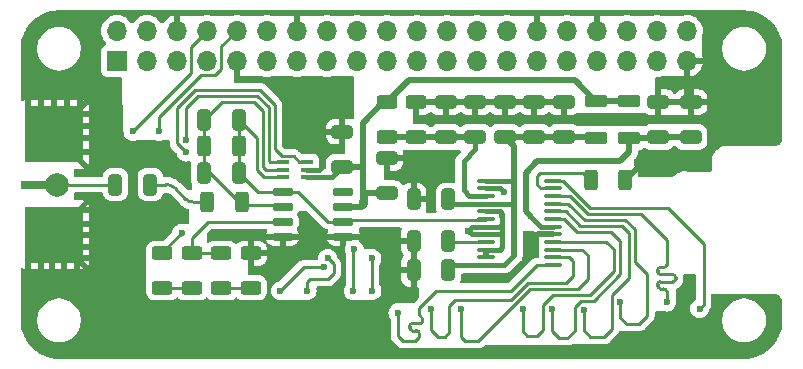
<source format=gbr>
%TF.GenerationSoftware,KiCad,Pcbnew,8.0.2*%
%TF.CreationDate,2024-05-24T16:47:28+07:00*%
%TF.ProjectId,ADC_pHAT,4144435f-7048-4415-942e-6b696361645f,rev?*%
%TF.SameCoordinates,PX5cbead0PY5705d50*%
%TF.FileFunction,Copper,L1,Top*%
%TF.FilePolarity,Positive*%
%FSLAX46Y46*%
G04 Gerber Fmt 4.6, Leading zero omitted, Abs format (unit mm)*
G04 Created by KiCad (PCBNEW 8.0.2) date 2024-05-24 16:47:28*
%MOMM*%
%LPD*%
G01*
G04 APERTURE LIST*
G04 Aperture macros list*
%AMRoundRect*
0 Rectangle with rounded corners*
0 $1 Rounding radius*
0 $2 $3 $4 $5 $6 $7 $8 $9 X,Y pos of 4 corners*
0 Add a 4 corners polygon primitive as box body*
4,1,4,$2,$3,$4,$5,$6,$7,$8,$9,$2,$3,0*
0 Add four circle primitives for the rounded corners*
1,1,$1+$1,$2,$3*
1,1,$1+$1,$4,$5*
1,1,$1+$1,$6,$7*
1,1,$1+$1,$8,$9*
0 Add four rect primitives between the rounded corners*
20,1,$1+$1,$2,$3,$4,$5,0*
20,1,$1+$1,$4,$5,$6,$7,0*
20,1,$1+$1,$6,$7,$8,$9,0*
20,1,$1+$1,$8,$9,$2,$3,0*%
G04 Aperture macros list end*
%TA.AperFunction,SMDPad,CuDef*%
%ADD10RoundRect,0.250000X-0.325000X-0.650000X0.325000X-0.650000X0.325000X0.650000X-0.325000X0.650000X0*%
%TD*%
%TA.AperFunction,SMDPad,CuDef*%
%ADD11RoundRect,0.250000X-0.650000X0.325000X-0.650000X-0.325000X0.650000X-0.325000X0.650000X0.325000X0*%
%TD*%
%TA.AperFunction,SMDPad,CuDef*%
%ADD12RoundRect,0.250000X0.650000X-0.325000X0.650000X0.325000X-0.650000X0.325000X-0.650000X-0.325000X0*%
%TD*%
%TA.AperFunction,SMDPad,CuDef*%
%ADD13RoundRect,0.250000X0.312500X0.625000X-0.312500X0.625000X-0.312500X-0.625000X0.312500X-0.625000X0*%
%TD*%
%TA.AperFunction,SMDPad,CuDef*%
%ADD14RoundRect,0.250000X-0.625000X0.312500X-0.625000X-0.312500X0.625000X-0.312500X0.625000X0.312500X0*%
%TD*%
%TA.AperFunction,ComponentPad*%
%ADD15C,2.000000*%
%TD*%
%TA.AperFunction,SMDPad,CuDef*%
%ADD16RoundRect,0.150000X-0.725000X-0.150000X0.725000X-0.150000X0.725000X0.150000X-0.725000X0.150000X0*%
%TD*%
%TA.AperFunction,SMDPad,CuDef*%
%ADD17RoundRect,0.100000X-0.637500X-0.100000X0.637500X-0.100000X0.637500X0.100000X-0.637500X0.100000X0*%
%TD*%
%TA.AperFunction,SMDPad,CuDef*%
%ADD18RoundRect,0.250000X0.325000X0.650000X-0.325000X0.650000X-0.325000X-0.650000X0.325000X-0.650000X0*%
%TD*%
%TA.AperFunction,SMDPad,CuDef*%
%ADD19RoundRect,0.250000X-0.312500X-0.625000X0.312500X-0.625000X0.312500X0.625000X-0.312500X0.625000X0*%
%TD*%
%TA.AperFunction,SMDPad,CuDef*%
%ADD20RoundRect,0.250000X0.625000X-0.312500X0.625000X0.312500X-0.625000X0.312500X-0.625000X-0.312500X0*%
%TD*%
%TA.AperFunction,SMDPad,CuDef*%
%ADD21R,2.350000X0.700000*%
%TD*%
%TA.AperFunction,SMDPad,CuDef*%
%ADD22R,4.900000X4.800000*%
%TD*%
%TA.AperFunction,SMDPad,CuDef*%
%ADD23RoundRect,0.250000X-0.700000X0.275000X-0.700000X-0.275000X0.700000X-0.275000X0.700000X0.275000X0*%
%TD*%
%TA.AperFunction,SMDPad,CuDef*%
%ADD24R,1.000000X0.400000*%
%TD*%
%TA.AperFunction,ComponentPad*%
%ADD25R,1.700000X1.700000*%
%TD*%
%TA.AperFunction,ComponentPad*%
%ADD26O,1.700000X1.700000*%
%TD*%
%TA.AperFunction,ViaPad*%
%ADD27C,0.600000*%
%TD*%
%TA.AperFunction,Conductor*%
%ADD28C,0.500000*%
%TD*%
%TA.AperFunction,Conductor*%
%ADD29C,0.250000*%
%TD*%
%TA.AperFunction,Conductor*%
%ADD30C,0.400000*%
%TD*%
G04 APERTURE END LIST*
D10*
%TO.P,C15,1*%
%TO.N,Net-(IC1-B)*%
X15775000Y20500000D03*
%TO.P,C15,2*%
%TO.N,/vo*%
X18725000Y20500000D03*
%TD*%
D11*
%TO.P,C13,1*%
%TO.N,GNDA*%
X27500000Y19475000D03*
%TO.P,C13,2*%
%TO.N,+3.3V*%
X27500000Y16525000D03*
%TD*%
D12*
%TO.P,C9,1*%
%TO.N,/VRT*%
X38750000Y19025000D03*
%TO.P,C9,2*%
%TO.N,GNDA*%
X38750000Y21975000D03*
%TD*%
%TO.P,C4,1*%
%TO.N,/VA*%
X46250000Y19025000D03*
%TO.P,C4,2*%
%TO.N,GNDA*%
X46250000Y21975000D03*
%TD*%
D13*
%TO.P,R3,1*%
%TO.N,/vo*%
X18712500Y18250000D03*
%TO.P,R3,2*%
%TO.N,Net-(IC1-B)*%
X15787500Y18250000D03*
%TD*%
D14*
%TO.P,R5,1*%
%TO.N,+3.3V*%
X31250000Y21962500D03*
%TO.P,R5,2*%
%TO.N,/VRT*%
X31250000Y19037500D03*
%TD*%
D15*
%TO.P,REF\u002A\u002A,1*%
%TO.N,N/C*%
X3300000Y15000000D03*
%TD*%
D16*
%TO.P,U4,1,FB*%
%TO.N,/vo*%
X22425000Y14405000D03*
%TO.P,U4,2,-*%
%TO.N,Net-(IC1-B)*%
X22425000Y13135000D03*
%TO.P,U4,3,+*%
%TO.N,Net-(U4-+)*%
X22425000Y11865000D03*
%TO.P,U4,4,V-*%
%TO.N,GNDA*%
X22425000Y10595000D03*
%TO.P,U4,5,V-*%
X27575000Y10595000D03*
%TO.P,U4,6*%
%TO.N,/vo*%
X27575000Y11865000D03*
%TO.P,U4,7,V+*%
%TO.N,+3.3V*%
X27575000Y13135000D03*
%TO.P,U4,8,~{SHDN}*%
%TO.N,unconnected-(U4-~{SHDN}-Pad8)*%
X27575000Y14405000D03*
%TD*%
D17*
%TO.P,U2,1,VA*%
%TO.N,/VA*%
X39637500Y15325000D03*
%TO.P,U2,2,AGND*%
%TO.N,GNDA*%
X39637500Y14675000D03*
%TO.P,U2,3,VRT*%
%TO.N,/VRT*%
X39637500Y14025000D03*
%TO.P,U2,4,VA*%
%TO.N,/VA*%
X39637500Y13375000D03*
%TO.P,U2,5,AGND*%
%TO.N,GNDA*%
X39637500Y12725000D03*
%TO.P,U2,6,VIN*%
%TO.N,/vo*%
X39637500Y12075000D03*
%TO.P,U2,7,GND*%
%TO.N,GNDA*%
X39637500Y11425000D03*
%TO.P,U2,8,AGND*%
X39637500Y10775000D03*
%TO.P,U2,9,VRM*%
%TO.N,Net-(U2-VRM)*%
X39637500Y10125000D03*
%TO.P,U2,10,VRB*%
%TO.N,GNDA*%
X39637500Y9475000D03*
%TO.P,U2,11,AGND*%
X39637500Y8825000D03*
%TO.P,U2,12,VA*%
%TO.N,/VA*%
X39637500Y8175000D03*
%TO.P,U2,13,D7*%
%TO.N,GPIO7*%
X45362500Y8175000D03*
%TO.P,U2,14,D6*%
%TO.N,GPIO6*%
X45362500Y8825000D03*
%TO.P,U2,15,D5*%
%TO.N,GPIO5*%
X45362500Y9475000D03*
%TO.P,U2,16,D4*%
%TO.N,GPIO4*%
X45362500Y10125000D03*
%TO.P,U2,17,DRGND*%
%TO.N,GNDA*%
X45362500Y10775000D03*
%TO.P,U2,18,DRVD*%
%TO.N,/DRVD*%
X45362500Y11425000D03*
%TO.P,U2,19,D3*%
%TO.N,GPIO3*%
X45362500Y12075000D03*
%TO.P,U2,20,D2*%
%TO.N,GPIO2*%
X45362500Y12725000D03*
%TO.P,U2,21,D1*%
%TO.N,GPIO1*%
X45362500Y13375000D03*
%TO.P,U2,22,D0*%
%TO.N,GPIO0*%
X45362500Y14025000D03*
%TO.P,U2,23,PD*%
%TO.N,Net-(U2-PD)*%
X45362500Y14675000D03*
%TO.P,U2,24,CLK*%
%TO.N,ADC_CLK*%
X45362500Y15325000D03*
%TD*%
D18*
%TO.P,C11,1*%
%TO.N,Net-(U2-VRM)*%
X36475000Y10250000D03*
%TO.P,C11,2*%
%TO.N,GNDA*%
X33525000Y10250000D03*
%TD*%
%TO.P,C7,1*%
%TO.N,/VA*%
X36475000Y7750000D03*
%TO.P,C7,2*%
%TO.N,GNDA*%
X33525000Y7750000D03*
%TD*%
D14*
%TO.P,R8,1*%
%TO.N,GNDA*%
X19750000Y9175000D03*
%TO.P,R8,2*%
%TO.N,Net-(R7-Pad1)*%
X19750000Y6250000D03*
%TD*%
D19*
%TO.P,R2,1*%
%TO.N,Net-(U2-PD)*%
X48537500Y15350000D03*
%TO.P,R2,2*%
%TO.N,GNDA*%
X51462500Y15350000D03*
%TD*%
D12*
%TO.P,C2,1*%
%TO.N,/DRVD*%
X57000000Y19025000D03*
%TO.P,C2,2*%
%TO.N,GNDA*%
X57000000Y21975000D03*
%TD*%
D10*
%TO.P,C8,1*%
%TO.N,Net-(J1-In)*%
X8275000Y15000000D03*
%TO.P,C8,2*%
%TO.N,/vs*%
X11225000Y15000000D03*
%TD*%
D20*
%TO.P,R7,1*%
%TO.N,Net-(R7-Pad1)*%
X17250000Y6250000D03*
%TO.P,R7,2*%
%TO.N,Net-(U4-+)*%
X17250000Y9175000D03*
%TD*%
D18*
%TO.P,C6,1*%
%TO.N,/VA*%
X36475000Y13750000D03*
%TO.P,C6,2*%
%TO.N,GNDA*%
X33525000Y13750000D03*
%TD*%
D13*
%TO.P,R9,1*%
%TO.N,Net-(IC1-B)*%
X18962500Y13500000D03*
%TO.P,R9,2*%
%TO.N,/vs*%
X16037500Y13500000D03*
%TD*%
D14*
%TO.P,R4,1*%
%TO.N,Net-(U4-+)*%
X14750000Y9175000D03*
%TO.P,R4,2*%
%TO.N,Net-(R1-Pad1)*%
X14750000Y6250000D03*
%TD*%
D21*
%TO.P,J1,1,In*%
%TO.N,Net-(J1-In)*%
X1500000Y15000000D03*
D22*
%TO.P,J1,2,Ext*%
%TO.N,GNDA*%
X3075000Y19250000D03*
X3075000Y10750000D03*
%TD*%
D12*
%TO.P,C1,1*%
%TO.N,/DRVD*%
X54250000Y19025000D03*
%TO.P,C1,2*%
%TO.N,GNDA*%
X54250000Y21975000D03*
%TD*%
D14*
%TO.P,R6,1*%
%TO.N,GNDA*%
X33750000Y21962500D03*
%TO.P,R6,2*%
%TO.N,/VRT*%
X33750000Y19037500D03*
%TD*%
D23*
%TO.P,FB2,1*%
%TO.N,+3.3V*%
X49000000Y22075000D03*
%TO.P,FB2,2*%
%TO.N,/VA*%
X49000000Y18925000D03*
%TD*%
D12*
%TO.P,C10,1*%
%TO.N,/VRT*%
X36250000Y19025000D03*
%TO.P,C10,2*%
%TO.N,GNDA*%
X36250000Y21975000D03*
%TD*%
%TO.P,C5,1*%
%TO.N,/VA*%
X41250000Y19025000D03*
%TO.P,C5,2*%
%TO.N,GNDA*%
X41250000Y21975000D03*
%TD*%
D23*
%TO.P,FB1,1*%
%TO.N,+3.3V*%
X51750000Y22075000D03*
%TO.P,FB1,2*%
%TO.N,/DRVD*%
X51750000Y18925000D03*
%TD*%
D20*
%TO.P,R1,1*%
%TO.N,Net-(R1-Pad1)*%
X12250000Y6250000D03*
%TO.P,R1,2*%
%TO.N,GPIO20*%
X12250000Y9175000D03*
%TD*%
D10*
%TO.P,C12,1*%
%TO.N,Net-(IC1-B)*%
X15775000Y16000000D03*
%TO.P,C12,2*%
%TO.N,/vo*%
X18725000Y16000000D03*
%TD*%
D11*
%TO.P,C14,1*%
%TO.N,GNDA*%
X31250000Y17225000D03*
%TO.P,C14,2*%
%TO.N,+3.3V*%
X31250000Y14275000D03*
%TD*%
D12*
%TO.P,C3,1*%
%TO.N,/VA*%
X43750000Y19025000D03*
%TO.P,C3,2*%
%TO.N,GNDA*%
X43750000Y21975000D03*
%TD*%
D24*
%TO.P,IC1,1,VDD*%
%TO.N,+3.3V*%
X24500000Y15600000D03*
%TO.P,IC1,2,VSS*%
%TO.N,GNDA*%
X24500000Y16250000D03*
%TO.P,IC1,3,SCL*%
%TO.N,SCL*%
X24500000Y16900000D03*
%TO.P,IC1,4,SDA*%
%TO.N,SDA*%
X22500000Y16900000D03*
%TO.P,IC1,5,B*%
%TO.N,Net-(IC1-B)*%
X22500000Y16250000D03*
%TO.P,IC1,6,W*%
%TO.N,/vo*%
X22500000Y15600000D03*
%TD*%
D25*
%TO.P,J2,1,Pin_1*%
%TO.N,unconnected-(J2-Pin_1-Pad1)*%
X8400000Y25460000D03*
D26*
%TO.P,J2,2,Pin_2*%
%TO.N,+5V*%
X8400000Y28000000D03*
%TO.P,J2,3,Pin_3*%
%TO.N,SDA*%
X10940000Y25460000D03*
%TO.P,J2,4,Pin_4*%
%TO.N,+5V*%
X10940000Y28000000D03*
%TO.P,J2,5,Pin_5*%
%TO.N,SCL*%
X13480000Y25460000D03*
%TO.P,J2,6,Pin_6*%
%TO.N,GNDA*%
X13480000Y28000000D03*
%TO.P,J2,7,Pin_7*%
%TO.N,unconnected-(J2-Pin_7-Pad7)*%
X16020000Y25460000D03*
%TO.P,J2,8,Pin_8*%
%TO.N,TX*%
X16020000Y28000000D03*
%TO.P,J2,9,Pin_9*%
%TO.N,GNDA*%
X18560000Y25460000D03*
%TO.P,J2,10,Pin_10*%
%TO.N,RX*%
X18560000Y28000000D03*
%TO.P,J2,11,Pin_11*%
%TO.N,GPIO21*%
X21100000Y25460000D03*
%TO.P,J2,12,Pin_12*%
%TO.N,unconnected-(J2-Pin_12-Pad12)*%
X21100000Y28000000D03*
%TO.P,J2,13,Pin_13*%
%TO.N,unconnected-(J2-Pin_13-Pad13)*%
X23640000Y25460000D03*
%TO.P,J2,14,Pin_14*%
%TO.N,GNDA*%
X23640000Y28000000D03*
%TO.P,J2,15,Pin_15*%
%TO.N,GPIO22*%
X26180000Y25460000D03*
%TO.P,J2,16,Pin_16*%
%TO.N,unconnected-(J2-Pin_16-Pad16)*%
X26180000Y28000000D03*
%TO.P,J2,17,Pin_17*%
%TO.N,GPIO26_ADC0*%
X28720000Y25460000D03*
%TO.P,J2,18,Pin_18*%
%TO.N,unconnected-(J2-Pin_18-Pad18)*%
X28720000Y28000000D03*
%TO.P,J2,19,Pin_19*%
%TO.N,SPI_MO*%
X31260000Y25460000D03*
%TO.P,J2,20,Pin_20*%
%TO.N,unconnected-(J2-Pin_20-Pad20)*%
X31260000Y28000000D03*
%TO.P,J2,21,Pin_21*%
%TO.N,SPI_MI*%
X33800000Y25460000D03*
%TO.P,J2,22,Pin_22*%
%TO.N,unconnected-(J2-Pin_22-Pad22)*%
X33800000Y28000000D03*
%TO.P,J2,23,Pin_23*%
%TO.N,SPI_CLK*%
X36340000Y25460000D03*
%TO.P,J2,24,Pin_24*%
%TO.N,SPI_CS*%
X36340000Y28000000D03*
%TO.P,J2,25,Pin_25*%
%TO.N,unconnected-(J2-Pin_25-Pad25)*%
X38880000Y25460000D03*
%TO.P,J2,26,Pin_26*%
%TO.N,unconnected-(J2-Pin_26-Pad26)*%
X38880000Y28000000D03*
%TO.P,J2,27,Pin_27*%
%TO.N,ADC_VREF*%
X41420000Y25460000D03*
%TO.P,J2,28,Pin_28*%
%TO.N,unconnected-(J2-Pin_28-Pad28)*%
X41420000Y28000000D03*
%TO.P,J2,29,Pin_29*%
%TO.N,unconnected-(J2-Pin_29-Pad29)*%
X43960000Y25460000D03*
%TO.P,J2,30,Pin_30*%
%TO.N,GNDA*%
X43960000Y28000000D03*
%TO.P,J2,31,Pin_31*%
%TO.N,unconnected-(J2-Pin_31-Pad31)*%
X46500000Y25460000D03*
%TO.P,J2,32,Pin_32*%
%TO.N,GPIO24*%
X46500000Y28000000D03*
%TO.P,J2,33,Pin_33*%
%TO.N,unconnected-(J2-Pin_33-Pad33)*%
X49040000Y25460000D03*
%TO.P,J2,34,Pin_34*%
%TO.N,GNDA*%
X49040000Y28000000D03*
%TO.P,J2,35,Pin_35*%
%TO.N,unconnected-(J2-Pin_35-Pad35)*%
X51580000Y25460000D03*
%TO.P,J2,36,Pin_36*%
%TO.N,GPIO25*%
X51580000Y28000000D03*
%TO.P,J2,37,Pin_37*%
%TO.N,unconnected-(J2-Pin_37-Pad37)*%
X54120000Y25460000D03*
%TO.P,J2,38,Pin_38*%
%TO.N,unconnected-(J2-Pin_38-Pad38)*%
X54120000Y28000000D03*
%TO.P,J2,39,Pin_39*%
%TO.N,GNDA*%
X56660000Y25460000D03*
%TO.P,J2,40,Pin_40*%
%TO.N,unconnected-(J2-Pin_40-Pad40)*%
X56660000Y28000000D03*
%TD*%
D27*
%TO.N,GNDA*%
X58250000Y16750000D03*
X56750000Y16750000D03*
X55000000Y16750000D03*
X59250000Y750000D03*
X64000000Y5250000D03*
X59250000Y5250000D03*
X61250000Y18750000D03*
X61250000Y22250000D03*
X59000000Y22250000D03*
X64250000Y21500000D03*
X64250000Y18750000D03*
X64250000Y24000000D03*
X30300000Y4750000D03*
X12500000Y11000000D03*
X5500000Y7500000D03*
X3750000Y7500000D03*
X2250000Y7500000D03*
X750000Y7500000D03*
X5500000Y22750000D03*
X3750000Y22750000D03*
X2250000Y22750000D03*
X750000Y22750000D03*
X24500000Y18000000D03*
X24000000Y19000000D03*
X22750000Y19000000D03*
X24500000Y9000000D03*
X24500000Y10250000D03*
X24500000Y11500000D03*
X38750000Y21975000D03*
X40250000Y7050000D03*
X24150000Y12450000D03*
X14200000Y12650000D03*
X13250000Y13250000D03*
X12500000Y13750000D03*
X14450000Y14950000D03*
%TO.N,SDA*%
X14250000Y18750000D03*
%TO.N,+3.3V*%
X45450000Y23850000D03*
%TO.N,SCL*%
X14250000Y17750000D03*
%TO.N,GNDA*%
X5250000Y16000000D03*
X32000000Y9500000D03*
X12000000Y17250000D03*
X10500000Y17250000D03*
X25750000Y19000000D03*
X43600000Y9175000D03*
X5250000Y14000000D03*
X41050000Y12450000D03*
X57100000Y7100000D03*
X16500000Y10750000D03*
X12250000Y18000000D03*
X18250000Y10750000D03*
X27250000Y4250000D03*
X19750000Y10750000D03*
X36750000Y17225000D03*
X38150000Y11100000D03*
X32000000Y8250000D03*
X53000000Y16500000D03*
X22425000Y8750000D03*
X10250000Y10750000D03*
X13500000Y4750000D03*
X9000000Y17250000D03*
X41150000Y14325000D03*
X7500000Y17250000D03*
X12750000Y16000000D03*
X41050000Y11425000D03*
X43625000Y10375000D03*
%TO.N,SPI_CLK*%
X30000000Y8750000D03*
X30000000Y6000000D03*
%TO.N,TX*%
X9750000Y19500000D03*
%TO.N,ADC_CLK*%
X57750000Y4500000D03*
%TO.N,GPIO2*%
X47950000Y4350000D03*
%TO.N,GPIO7*%
X32200000Y4150000D03*
%TO.N,GPIO5*%
X37500000Y4500000D03*
%TO.N,GPIO3*%
X45250000Y4500000D03*
%TO.N,GPIO1*%
X51025000Y5025000D03*
%TO.N,GPIO6*%
X35000000Y4500000D03*
%TO.N,GPIO0*%
X54950000Y5050000D03*
%TO.N,GPIO4*%
X42750000Y4500000D03*
%TO.N,RX*%
X12000000Y19500000D03*
%TO.N,SPI_CS*%
X22250000Y6000000D03*
X25975000Y8000000D03*
%TO.N,GPIO20*%
X13875000Y10875000D03*
%TO.N,SPI_MO*%
X28425000Y6000000D03*
X28500000Y9500000D03*
%TO.N,SPI_MI*%
X24500000Y6000000D03*
X26250000Y8750000D03*
%TD*%
D28*
%TO.N,GNDA*%
X5250000Y23637500D02*
X5250000Y19362500D01*
X7337500Y21000000D02*
X3062500Y21000000D01*
X7037500Y19950000D02*
X2762500Y19950000D01*
X7537500Y18900000D02*
X3262500Y18900000D01*
X7587500Y17750000D02*
X3312500Y17750000D01*
X7737500Y12850000D02*
X3462500Y12850000D01*
X7937500Y11700000D02*
X3662500Y11700000D01*
X7837500Y10700000D02*
X3562500Y10700000D01*
X7937500Y9750000D02*
X3662500Y9750000D01*
X7887500Y8800000D02*
X3612500Y8800000D01*
X5050000Y5812500D02*
X5050000Y10087500D01*
X3950000Y5862500D02*
X3950000Y10137500D01*
X2950000Y5812500D02*
X2950000Y10087500D01*
X1950000Y5962500D02*
X1950000Y10237500D01*
X900000Y6012500D02*
X900000Y10287500D01*
X4150000Y18762500D02*
X4150000Y23037500D01*
X3100000Y18812500D02*
X3100000Y23087500D01*
X2000000Y18812500D02*
X2000000Y23087500D01*
X3075000Y23525000D02*
X3150000Y23600000D01*
X900000Y18812500D02*
X900000Y23087500D01*
D29*
%TO.N,GPIO7*%
X34000000Y3963969D02*
X34000000Y4198969D01*
X34421826Y4971826D02*
X35450000Y6000000D01*
X41775000Y6000000D02*
X43950000Y8175000D01*
X34000000Y4550000D02*
X34421826Y4971826D01*
X33760000Y2638969D02*
X33426242Y2638969D01*
X35450000Y6000000D02*
X41775000Y6000000D01*
X34250000Y3363969D02*
X34250000Y3713969D01*
X33650000Y1750000D02*
X34000000Y2100000D01*
X33760000Y3238969D02*
X34000000Y3238969D01*
X34000000Y4198969D02*
X34000000Y4550000D01*
X33426242Y3238969D02*
X33760000Y3238969D01*
X34000000Y2100000D02*
X34000000Y2398969D01*
X32650000Y1750000D02*
X33650000Y1750000D01*
X34000000Y3238969D02*
X34125000Y3238969D01*
X32200000Y2200000D02*
X32650000Y1750000D01*
X43950000Y8175000D02*
X45362500Y8175000D01*
X32200000Y4150000D02*
X32200000Y2200000D01*
X33186242Y2878969D02*
X33186242Y2998969D01*
X34125000Y3838969D02*
G75*
G02*
X33999969Y3963969I0J125031D01*
G01*
X34000000Y2398969D02*
G75*
G03*
X33760000Y2639000I-240000J31D01*
G01*
X34250000Y3713969D02*
G75*
G03*
X34125000Y3839000I-125000J31D01*
G01*
X34125000Y3238969D02*
G75*
G03*
X34250031Y3363969I0J125031D01*
G01*
X33426242Y2638969D02*
G75*
G02*
X33186169Y2878969I-42J240031D01*
G01*
X33186242Y2998969D02*
G75*
G02*
X33426242Y3238958I239958J31D01*
G01*
%TO.N,GPIO6*%
X47000000Y8500000D02*
X46675000Y8825000D01*
X46675000Y8825000D02*
X45362500Y8825000D01*
X46425000Y6675000D02*
X47000000Y7250000D01*
X47000000Y7250000D02*
X47000000Y8500000D01*
X43175000Y6675000D02*
X46425000Y6675000D01*
X36550000Y2500000D02*
X36550000Y4750000D01*
X36150000Y2100000D02*
X36550000Y2500000D01*
X41750000Y5250000D02*
X43175000Y6675000D01*
X37050000Y5250000D02*
X41750000Y5250000D01*
X35550000Y2100000D02*
X36150000Y2100000D01*
X36550000Y4750000D02*
X37050000Y5250000D01*
X35000000Y2650000D02*
X35550000Y2100000D01*
X35000000Y4500000D02*
X35000000Y2650000D01*
%TO.N,GPIO4*%
X49825000Y10125000D02*
X45362500Y10125000D01*
X50450000Y7650000D02*
X50450000Y9500000D01*
X48475000Y5675000D02*
X50450000Y7650000D01*
X45325000Y5675000D02*
X48475000Y5675000D01*
X43150000Y2200000D02*
X44000000Y2200000D01*
X44000000Y2200000D02*
X44450000Y2650000D01*
X50450000Y9500000D02*
X49825000Y10125000D01*
X42750000Y2600000D02*
X43150000Y2200000D01*
X44450000Y4800000D02*
X45325000Y5675000D01*
X44450000Y2650000D02*
X44450000Y4800000D01*
X42750000Y4500000D02*
X42750000Y2600000D01*
%TO.N,GPIO5*%
X47775000Y9475000D02*
X45362500Y9475000D01*
X47425000Y6175000D02*
X48250000Y7000000D01*
X43400000Y6175000D02*
X47425000Y6175000D01*
X38975000Y1750000D02*
X43400000Y6175000D01*
X37850000Y1750000D02*
X38975000Y1750000D01*
X48250000Y9000000D02*
X47775000Y9475000D01*
X37500000Y2100000D02*
X37850000Y1750000D01*
X37500000Y4500000D02*
X37500000Y2100000D01*
X48250000Y7000000D02*
X48250000Y9000000D01*
%TO.N,GPIO3*%
X47375000Y11000000D02*
X46300000Y12075000D01*
X50250000Y11000000D02*
X47375000Y11000000D01*
X51000000Y10250000D02*
X50250000Y11000000D01*
X48775000Y5175000D02*
X51000000Y7400000D01*
X51000000Y7400000D02*
X51000000Y10250000D01*
X47725000Y5175000D02*
X48775000Y5175000D01*
X46550000Y2000000D02*
X47150000Y2600000D01*
X47150000Y2600000D02*
X47150000Y4600000D01*
X47150000Y4600000D02*
X47725000Y5175000D01*
X45850000Y2000000D02*
X46550000Y2000000D01*
X45250000Y2600000D02*
X45850000Y2000000D01*
X45250000Y4500000D02*
X45250000Y2600000D01*
X46300000Y12075000D02*
X45362500Y12075000D01*
%TO.N,GPIO2*%
X46400000Y12725000D02*
X45362500Y12725000D01*
X47625000Y11500000D02*
X46400000Y12725000D01*
X50300000Y5625000D02*
X51750000Y7075000D01*
X49650000Y2100000D02*
X50300000Y2750000D01*
X51750000Y10900000D02*
X51150000Y11500000D01*
X48500000Y2100000D02*
X49650000Y2100000D01*
X50300000Y2750000D02*
X50300000Y5625000D01*
X51750000Y7075000D02*
X51750000Y10900000D01*
X47950000Y2650000D02*
X48500000Y2100000D01*
X47950000Y4350000D02*
X47950000Y2650000D01*
X51150000Y11500000D02*
X47625000Y11500000D01*
%TO.N,GPIO1*%
X51450000Y12000000D02*
X48000000Y12000000D01*
X53300000Y7400000D02*
X52250000Y8450000D01*
X51550000Y3200000D02*
X52600000Y3200000D01*
X51025000Y5025000D02*
X51025000Y3725000D01*
X53300000Y3900000D02*
X53300000Y7400000D01*
X46625000Y13375000D02*
X45362500Y13375000D01*
X52250000Y8450000D02*
X52250000Y11200000D01*
X52250000Y11200000D02*
X51450000Y12000000D01*
X51025000Y3725000D02*
X51550000Y3200000D01*
X52600000Y3200000D02*
X53300000Y3900000D01*
X48000000Y12000000D02*
X46625000Y13375000D01*
%TO.N,GPIO0*%
X54710000Y7984231D02*
G75*
G03*
X54949969Y8224231I0J239969D01*
G01*
X54422889Y7384231D02*
G75*
G02*
X54182931Y7624231I11J239969D01*
G01*
X54950000Y5944231D02*
G75*
G03*
X54710000Y6184200I-240000J-31D01*
G01*
X54422911Y6184231D02*
G75*
G02*
X54182931Y6424231I-11J239969D01*
G01*
X54182911Y6544231D02*
G75*
G02*
X54422911Y6784189I239989J-31D01*
G01*
X55477111Y6784231D02*
G75*
G03*
X55717069Y7024231I-11J239969D01*
G01*
X55717111Y7144231D02*
G75*
G03*
X55477111Y7384211I-240011J-31D01*
G01*
X54182889Y7744231D02*
G75*
G02*
X54422889Y7984211I240011J-31D01*
G01*
X54950000Y8344231D02*
X54950000Y8934159D01*
X54182911Y6424231D02*
X54182911Y6544231D01*
X54422889Y7984231D02*
X54710000Y7984231D01*
X54950000Y10300000D02*
X52750000Y12500000D01*
X55717111Y7024231D02*
X55717111Y7144231D01*
X54950000Y7384231D02*
X54710000Y7384231D01*
X46725000Y14025000D02*
X45362500Y14025000D01*
X48250000Y12500000D02*
X46725000Y14025000D01*
X54950000Y8934159D02*
X54950000Y10300000D01*
X54950000Y8224231D02*
X54950000Y8344231D01*
X52750000Y12500000D02*
X48250000Y12500000D01*
X54710000Y7384231D02*
X54422889Y7384231D01*
X55477111Y7384231D02*
X54950000Y7384231D01*
X54950000Y6784231D02*
X55477111Y6784231D01*
X54182889Y7624231D02*
X54182889Y7744231D01*
X54710000Y6784231D02*
X54950000Y6784231D01*
X54422911Y6784231D02*
X54710000Y6784231D01*
X54950000Y5050000D02*
X54950000Y5944231D01*
X54710000Y6184231D02*
X54422911Y6184231D01*
%TO.N,ADC_CLK*%
X58100000Y4850000D02*
X57750000Y4500000D01*
X58100000Y9950000D02*
X58100000Y4850000D01*
X55050000Y13000000D02*
X58100000Y9950000D01*
X48500000Y13000000D02*
X55050000Y13000000D01*
X45362500Y15325000D02*
X46175000Y15325000D01*
X46175000Y15325000D02*
X48500000Y13000000D01*
D28*
%TO.N,GNDA*%
X52612500Y16500000D02*
X53000000Y16500000D01*
X51462500Y15350000D02*
X52612500Y16500000D01*
D29*
%TO.N,Net-(U2-PD)*%
X44325000Y14675000D02*
X45362500Y14675000D01*
X44000000Y15000000D02*
X44325000Y14675000D01*
X44000000Y15750000D02*
X44000000Y15000000D01*
X44250000Y16000000D02*
X44000000Y15750000D01*
X47887500Y16000000D02*
X44250000Y16000000D01*
X48537500Y15350000D02*
X47887500Y16000000D01*
D28*
%TO.N,GNDA*%
X38750000Y21975000D02*
X38737500Y21962500D01*
X41237500Y21962500D02*
X41250000Y21975000D01*
X38762500Y21962500D02*
X41237500Y21962500D01*
X38737500Y21962500D02*
X33750000Y21962500D01*
X38750000Y21975000D02*
X38762500Y21962500D01*
%TO.N,+3.3V*%
X33137500Y23850000D02*
X31250000Y21962500D01*
X48925000Y22075000D02*
X47150000Y23850000D01*
X49000000Y22075000D02*
X48925000Y22075000D01*
X47150000Y23850000D02*
X33137500Y23850000D01*
D29*
%TO.N,/vs*%
X13292893Y14707107D02*
G75*
G03*
X12585786Y14999990I-707093J-707107D01*
G01*
X14914214Y13500000D02*
G75*
G02*
X14207100Y13792886I-14J1000000D01*
G01*
X13292893Y14707107D02*
X14207107Y13792893D01*
X11225000Y15000000D02*
X12585786Y15000000D01*
X14914214Y13500000D02*
X16037500Y13500000D01*
%TO.N,Net-(U2-VRM)*%
X39637500Y10125000D02*
X36600000Y10125000D01*
X36600000Y10125000D02*
X36475000Y10250000D01*
%TO.N,/vo*%
X22425000Y14405000D02*
X20320000Y14405000D01*
X18712500Y18250000D02*
X18725000Y18237500D01*
X20900000Y15600000D02*
X20250000Y16250000D01*
X27575000Y11865000D02*
X27710000Y12000000D01*
X20250000Y16250000D02*
X20250000Y18975000D01*
X26260000Y11865000D02*
X23720000Y14405000D01*
X18725000Y18262500D02*
X18712500Y18250000D01*
X23720000Y14405000D02*
X22425000Y14405000D01*
X27575000Y11865000D02*
X26260000Y11865000D01*
X20250000Y18975000D02*
X18725000Y20500000D01*
X27710000Y12000000D02*
X39562500Y12000000D01*
X18725000Y18237500D02*
X18725000Y16000000D01*
X39562500Y12000000D02*
X39637500Y12075000D01*
X20320000Y14405000D02*
X18725000Y16000000D01*
X22500000Y15600000D02*
X20900000Y15600000D01*
X18725000Y20500000D02*
X18725000Y18262500D01*
%TO.N,SDA*%
X15250000Y22500000D02*
X20275000Y22500000D01*
X21250000Y21525000D02*
X21250000Y17000000D01*
X21250000Y17000000D02*
X21350000Y16900000D01*
X14250000Y18750000D02*
X14250000Y21500000D01*
X20275000Y22500000D02*
X21250000Y21525000D01*
X21350000Y16900000D02*
X22500000Y16900000D01*
X14250000Y21500000D02*
X15250000Y22500000D01*
D28*
%TO.N,+3.3V*%
X29135000Y13635000D02*
X29135000Y13135000D01*
X49000000Y22075000D02*
X51750000Y22075000D01*
X29500000Y14275000D02*
X29375000Y14150000D01*
X30962500Y21962500D02*
X31250000Y21962500D01*
X29135000Y13135000D02*
X29250000Y13250000D01*
X27500000Y16525000D02*
X27525000Y16500000D01*
X31250000Y14275000D02*
X29500000Y14275000D01*
X27525000Y16500000D02*
X29250000Y16500000D01*
X31250000Y14275000D02*
X31025000Y14275000D01*
X29375000Y14150000D02*
X29375000Y13875000D01*
X29375000Y13875000D02*
X29135000Y13635000D01*
D30*
X24500000Y15600000D02*
X26575000Y15600000D01*
D28*
X29250000Y20250000D02*
X30962500Y21962500D01*
D30*
X26575000Y15600000D02*
X27500000Y16525000D01*
D28*
X29250000Y13250000D02*
X29250000Y20250000D01*
X29135000Y13135000D02*
X29375000Y13375000D01*
X29375000Y13375000D02*
X29375000Y13875000D01*
X27575000Y13135000D02*
X29135000Y13135000D01*
D29*
%TO.N,SCL*%
X23850000Y16900000D02*
X23375000Y17375000D01*
X21750000Y21750000D02*
X20500000Y23000000D01*
X20500000Y23000000D02*
X15000000Y23000000D01*
X22375000Y17375000D02*
X21750000Y18000000D01*
X15000000Y23000000D02*
X13500000Y21500000D01*
X24500000Y16900000D02*
X23850000Y16900000D01*
X13500000Y18500000D02*
X14250000Y17750000D01*
X13500000Y21500000D02*
X13500000Y18500000D01*
X23375000Y17375000D02*
X22375000Y17375000D01*
X21750000Y18000000D02*
X21750000Y21750000D01*
D30*
%TO.N,GNDA*%
X39637500Y12725000D02*
X40800000Y12725000D01*
X41050000Y12475000D02*
X41050000Y12450000D01*
D28*
X54250000Y21975000D02*
X57000000Y21975000D01*
X22425000Y8750000D02*
X22425000Y10595000D01*
X22095000Y10595000D02*
X22425000Y10595000D01*
D30*
X41050000Y12450000D02*
X41050000Y11425000D01*
X39637500Y10775000D02*
X41025000Y10775000D01*
D28*
X56660000Y25460000D02*
X56660000Y22315000D01*
X36750000Y17225000D02*
X33025000Y17225000D01*
D30*
X41050000Y11425000D02*
X41050000Y10800000D01*
X40800000Y12725000D02*
X41050000Y12475000D01*
D28*
X33025000Y17225000D02*
X31250000Y17225000D01*
D30*
X40850000Y9475000D02*
X41050000Y9675000D01*
X25750000Y19475000D02*
X27500000Y19475000D01*
D28*
X43625000Y10375000D02*
X44025000Y10775000D01*
D30*
X25750000Y16500000D02*
X25750000Y19475000D01*
D28*
X33525000Y13750000D02*
X33525000Y17000000D01*
D30*
X39637500Y10775000D02*
X38475000Y10775000D01*
D28*
X56660000Y22315000D02*
X57000000Y21975000D01*
D30*
X39637500Y11425000D02*
X41050000Y11425000D01*
X39637500Y14675000D02*
X40800000Y14675000D01*
D28*
X46250000Y21975000D02*
X43750000Y21975000D01*
X41250000Y21975000D02*
X43750000Y21975000D01*
X33750000Y17225000D02*
X33025000Y17225000D01*
X39675000Y8987500D02*
X39675000Y9362500D01*
X33525000Y10250000D02*
X33525000Y7750000D01*
D30*
X40800000Y14675000D02*
X41150000Y14325000D01*
X25500000Y16250000D02*
X25750000Y16500000D01*
X39637500Y11425000D02*
X38475000Y11425000D01*
D28*
X44025000Y10775000D02*
X45362500Y10775000D01*
D30*
X38475000Y10775000D02*
X38150000Y11100000D01*
X39637500Y9475000D02*
X40850000Y9475000D01*
X38475000Y11425000D02*
X38150000Y11100000D01*
D28*
X33525000Y17000000D02*
X33750000Y17225000D01*
D30*
X41050000Y9675000D02*
X41050000Y11425000D01*
X24500000Y16250000D02*
X25500000Y16250000D01*
D29*
%TO.N,SPI_CLK*%
X30000000Y6000000D02*
X30000000Y8750000D01*
%TO.N,TX*%
X14705000Y24455000D02*
X14705000Y26685000D01*
X9750000Y19500000D02*
X14705000Y24455000D01*
X14705000Y26685000D02*
X16020000Y28000000D01*
%TO.N,Net-(R1-Pad1)*%
X14750000Y6250000D02*
X12250000Y6250000D01*
%TO.N,Net-(R7-Pad1)*%
X17250000Y6250000D02*
X19750000Y6250000D01*
%TO.N,Net-(J1-In)*%
X1500000Y15000000D02*
X8275000Y15000000D01*
%TO.N,RX*%
X15485000Y24235000D02*
X16735000Y24235000D01*
X17250000Y26690000D02*
X18560000Y28000000D01*
X17250000Y24750000D02*
X17250000Y26690000D01*
X12000000Y19500000D02*
X12000000Y20750000D01*
X16735000Y24235000D02*
X17250000Y24750000D01*
X12000000Y20750000D02*
X15485000Y24235000D01*
D28*
%TO.N,/DRVD*%
X54150000Y18925000D02*
X54250000Y19025000D01*
X51750000Y18925000D02*
X54150000Y18925000D01*
X44000000Y17000000D02*
X51000000Y17000000D01*
X43500000Y12250000D02*
X43000000Y12750000D01*
D30*
X43500000Y12250000D02*
X44325000Y11425000D01*
D28*
X51000000Y17000000D02*
X51750000Y17750000D01*
X54250000Y19025000D02*
X57000000Y19025000D01*
D30*
X44325000Y11425000D02*
X45362500Y11425000D01*
D28*
X43000000Y12750000D02*
X43000000Y16000000D01*
X51750000Y17750000D02*
X51750000Y18925000D01*
X43000000Y16000000D02*
X44000000Y17000000D01*
D30*
%TO.N,/VA*%
X40550000Y8175000D02*
X39637500Y8175000D01*
X39637500Y8175000D02*
X36900000Y8175000D01*
D28*
X36900000Y8175000D02*
X36475000Y7750000D01*
D30*
X39637500Y13375000D02*
X41875000Y13375000D01*
D28*
X49000000Y18925000D02*
X49000000Y19025000D01*
D30*
X39637500Y15325000D02*
X42000000Y15325000D01*
D28*
X42000000Y9000000D02*
X42000000Y18275000D01*
D30*
X41875000Y13375000D02*
X42000000Y13250000D01*
D28*
X49000000Y19025000D02*
X46250000Y19025000D01*
D30*
X39637500Y13375000D02*
X36850000Y13375000D01*
D28*
X42000000Y18275000D02*
X41250000Y19025000D01*
X46250000Y19025000D02*
X41250000Y19025000D01*
X36850000Y13375000D02*
X36475000Y13750000D01*
D30*
X40550000Y8175000D02*
X41175000Y8175000D01*
X41175000Y8175000D02*
X42000000Y9000000D01*
%TO.N,/VRT*%
X37750000Y17000000D02*
X38750000Y18000000D01*
X38225000Y14025000D02*
X37750000Y14500000D01*
D29*
X38737500Y19037500D02*
X38750000Y19025000D01*
D30*
X38750000Y18000000D02*
X38750000Y19025000D01*
X39637500Y14025000D02*
X38225000Y14025000D01*
X37750000Y14500000D02*
X37750000Y17000000D01*
D28*
X31250000Y19037500D02*
X38737500Y19037500D01*
D29*
%TO.N,SPI_CS*%
X24250000Y8000000D02*
X25975000Y8000000D01*
X22250000Y6000000D02*
X24250000Y8000000D01*
%TO.N,GPIO20*%
X13875000Y10875000D02*
X12250000Y9250000D01*
X12250000Y9250000D02*
X12250000Y9175000D01*
%TO.N,SPI_MO*%
X28425000Y9425000D02*
X28425000Y6000000D01*
X28500000Y9500000D02*
X28425000Y9425000D01*
%TO.N,SPI_MI*%
X26250000Y8750000D02*
X26750000Y8250000D01*
X26250000Y7000000D02*
X24750000Y7000000D01*
X24750000Y7000000D02*
X24500000Y6750000D01*
X24500000Y6750000D02*
X24500000Y6000000D01*
X26750000Y7500000D02*
X26250000Y7000000D01*
X26750000Y8250000D02*
X26750000Y7500000D01*
%TO.N,Net-(U4-+)*%
X14750000Y10500000D02*
X14750000Y9175000D01*
X16115000Y11865000D02*
X14750000Y10500000D01*
X22425000Y11865000D02*
X16115000Y11865000D01*
X14750000Y9175000D02*
X17250000Y9175000D01*
%TO.N,Net-(IC1-B)*%
X15775000Y20500000D02*
X15787500Y20487500D01*
X22425000Y13135000D02*
X22310000Y13250000D01*
X17275000Y22000000D02*
X15775000Y20500000D01*
X20750000Y21250000D02*
X20000000Y22000000D01*
X15787500Y18250000D02*
X15775000Y18237500D01*
X20000000Y22000000D02*
X17275000Y22000000D01*
X21000000Y16250000D02*
X20750000Y16500000D01*
X22310000Y13250000D02*
X19212500Y13250000D01*
X18750000Y13500000D02*
X16250000Y16000000D01*
X19212500Y13250000D02*
X18962500Y13500000D01*
X18962500Y13500000D02*
X18750000Y13500000D01*
X15787500Y20487500D02*
X15787500Y18250000D01*
X20750000Y16500000D02*
X20750000Y21250000D01*
X22500000Y16250000D02*
X21000000Y16250000D01*
X16250000Y16000000D02*
X15775000Y16000000D01*
X15775000Y18237500D02*
X15775000Y16000000D01*
%TD*%
%TA.AperFunction,Conductor*%
%TO.N,GNDA*%
G36*
X61445839Y29749499D02*
G01*
X61455829Y29749499D01*
X61496753Y29749499D01*
X61503242Y29749330D01*
X61833177Y29732038D01*
X61846085Y29730681D01*
X62169190Y29679507D01*
X62181873Y29676812D01*
X62497880Y29592138D01*
X62510218Y29588128D01*
X62815626Y29470893D01*
X62827469Y29465621D01*
X63118976Y29317091D01*
X63130190Y29310616D01*
X63404564Y29132435D01*
X63415045Y29124820D01*
X63617221Y28961102D01*
X63669292Y28918936D01*
X63678937Y28910251D01*
X63910249Y28678939D01*
X63918934Y28669294D01*
X64124812Y28415056D01*
X64132437Y28404562D01*
X64310616Y28130190D01*
X64317093Y28118971D01*
X64377712Y28000001D01*
X64465615Y27827481D01*
X64470894Y27815623D01*
X64588127Y27510219D01*
X64592138Y27497876D01*
X64676809Y27181881D01*
X64679507Y27169185D01*
X64730680Y26846087D01*
X64732037Y26833179D01*
X64749329Y26503244D01*
X64749499Y26496754D01*
X64749499Y26441397D01*
X64749500Y26441388D01*
X64749500Y19006093D01*
X64748903Y18993939D01*
X64736296Y18865936D01*
X64731554Y18842094D01*
X64695993Y18724866D01*
X64686690Y18702408D01*
X64628942Y18594370D01*
X64615438Y18574160D01*
X64537725Y18479465D01*
X64520535Y18462275D01*
X64425840Y18384562D01*
X64405630Y18371058D01*
X64297592Y18313310D01*
X64275134Y18304007D01*
X64157906Y18268446D01*
X64134064Y18263704D01*
X64006062Y18251097D01*
X63993908Y18250500D01*
X59901578Y18250500D01*
X59707173Y18219710D01*
X59519970Y18158883D01*
X59344594Y18069524D01*
X59268366Y18014140D01*
X59185354Y17953828D01*
X59185352Y17953826D01*
X59185351Y17953826D01*
X59046174Y17814649D01*
X59046174Y17814648D01*
X59046172Y17814646D01*
X59011312Y17766665D01*
X58930476Y17655406D01*
X58841117Y17480030D01*
X58780290Y17292827D01*
X58749500Y17098423D01*
X58749500Y16224000D01*
X58729815Y16156961D01*
X58677011Y16111206D01*
X58625500Y16100000D01*
X56779138Y16100000D01*
X56758728Y16101691D01*
X56616049Y16125500D01*
X56383951Y16125500D01*
X56342949Y16118658D01*
X56155015Y16087298D01*
X55935504Y16011939D01*
X55935495Y16011936D01*
X55731371Y15901469D01*
X55731365Y15901465D01*
X55548222Y15758919D01*
X55548212Y15758910D01*
X55484792Y15690017D01*
X55424905Y15654026D01*
X55393563Y15650000D01*
X53746128Y15650000D01*
X53714036Y15654225D01*
X53687982Y15661206D01*
X53687979Y15661207D01*
X53687977Y15661207D01*
X53562266Y15672205D01*
X53470002Y15680277D01*
X53469998Y15680277D01*
X53324789Y15667573D01*
X53252023Y15661207D01*
X53252021Y15661207D01*
X53252017Y15661206D01*
X53225964Y15654225D01*
X53193872Y15650000D01*
X52648999Y15650000D01*
X52581960Y15669685D01*
X52536205Y15722489D01*
X52524999Y15774000D01*
X52524999Y16024972D01*
X52524998Y16024987D01*
X52514505Y16127698D01*
X52459358Y16294120D01*
X52459356Y16294125D01*
X52367315Y16443346D01*
X52238237Y16572424D01*
X52240072Y16574260D01*
X52206707Y16621392D01*
X52200000Y16661622D01*
X52200000Y17087271D01*
X52219685Y17154310D01*
X52236314Y17174948D01*
X52332951Y17271584D01*
X52415084Y17394505D01*
X52471658Y17531087D01*
X52485465Y17600499D01*
X52500500Y17676080D01*
X52500500Y17787838D01*
X52520185Y17854877D01*
X52572989Y17900632D01*
X52598552Y17909093D01*
X52602788Y17910001D01*
X52602797Y17910001D01*
X52769334Y17965186D01*
X52918656Y18057288D01*
X52962463Y18101096D01*
X53023784Y18134580D01*
X53093475Y18129596D01*
X53127052Y18110681D01*
X53131337Y18107293D01*
X53131342Y18107290D01*
X53131344Y18107288D01*
X53280666Y18015186D01*
X53447203Y17960001D01*
X53549991Y17949500D01*
X54950008Y17949501D01*
X54951575Y17949661D01*
X54967895Y17951329D01*
X55052797Y17960001D01*
X55219334Y18015186D01*
X55368656Y18107288D01*
X55492712Y18231344D01*
X55492712Y18231345D01*
X55497819Y18236451D01*
X55499705Y18234565D01*
X55546625Y18267788D01*
X55586868Y18274500D01*
X55663132Y18274500D01*
X55730171Y18254815D01*
X55751346Y18235617D01*
X55752181Y18236451D01*
X55757288Y18231344D01*
X55881344Y18107288D01*
X56030666Y18015186D01*
X56197203Y17960001D01*
X56299991Y17949500D01*
X57700008Y17949501D01*
X57701575Y17949661D01*
X57717895Y17951329D01*
X57802797Y17960001D01*
X57969334Y18015186D01*
X58118656Y18107288D01*
X58242712Y18231344D01*
X58334814Y18380666D01*
X58389999Y18547203D01*
X58400500Y18649991D01*
X58400499Y19400008D01*
X58389999Y19502797D01*
X58334814Y19669334D01*
X58242712Y19818656D01*
X58118656Y19942712D01*
X57969334Y20034814D01*
X57802797Y20089999D01*
X57802795Y20090000D01*
X57700010Y20100500D01*
X56299998Y20100500D01*
X56296836Y20100338D01*
X56296832Y20100410D01*
X56288789Y20100000D01*
X54961223Y20100000D01*
X54953169Y20100411D01*
X54953166Y20100339D01*
X54950014Y20100500D01*
X54950009Y20100500D01*
X54950003Y20100500D01*
X53549998Y20100500D01*
X53549981Y20100499D01*
X53447203Y20090000D01*
X53447200Y20089999D01*
X53280668Y20034815D01*
X53280659Y20034811D01*
X53173089Y19968461D01*
X53107993Y19950000D01*
X52511223Y19950000D01*
X52503169Y19950411D01*
X52503166Y19950339D01*
X52500014Y19950500D01*
X52500009Y19950500D01*
X52500003Y19950500D01*
X50999998Y19950500D01*
X50996836Y19950338D01*
X50996832Y19950410D01*
X50988789Y19950000D01*
X49761223Y19950000D01*
X49753169Y19950411D01*
X49753166Y19950339D01*
X49750014Y19950500D01*
X49750009Y19950500D01*
X49750003Y19950500D01*
X48249998Y19950500D01*
X48246836Y19950338D01*
X48246832Y19950410D01*
X48238789Y19950000D01*
X47392007Y19950000D01*
X47326911Y19968461D01*
X47219340Y20034811D01*
X47219335Y20034813D01*
X47219334Y20034814D01*
X47052797Y20089999D01*
X47052795Y20090000D01*
X46950010Y20100500D01*
X45549998Y20100500D01*
X45549981Y20100499D01*
X45447203Y20090000D01*
X45447200Y20089999D01*
X45280668Y20034815D01*
X45280663Y20034813D01*
X45131342Y19942711D01*
X45087680Y19899049D01*
X45026357Y19865565D01*
X44956665Y19870550D01*
X44912320Y19899049D01*
X44868657Y19942711D01*
X44868656Y19942712D01*
X44719334Y20034814D01*
X44552797Y20089999D01*
X44552795Y20090000D01*
X44450010Y20100500D01*
X43049998Y20100500D01*
X43049981Y20100499D01*
X42947203Y20090000D01*
X42947200Y20089999D01*
X42780668Y20034815D01*
X42780663Y20034813D01*
X42631342Y19942711D01*
X42587680Y19899049D01*
X42526357Y19865565D01*
X42456665Y19870550D01*
X42412320Y19899049D01*
X42368657Y19942711D01*
X42368656Y19942712D01*
X42219334Y20034814D01*
X42052797Y20089999D01*
X42052795Y20090000D01*
X41950010Y20100500D01*
X40549998Y20100500D01*
X40549981Y20100499D01*
X40447203Y20090000D01*
X40447200Y20089999D01*
X40280668Y20034815D01*
X40280663Y20034813D01*
X40131342Y19942711D01*
X40087680Y19899049D01*
X40026357Y19865565D01*
X39956665Y19870550D01*
X39912320Y19899049D01*
X39868657Y19942711D01*
X39868656Y19942712D01*
X39719334Y20034814D01*
X39552797Y20089999D01*
X39552795Y20090000D01*
X39450010Y20100500D01*
X38049998Y20100500D01*
X38049981Y20100499D01*
X37947203Y20090000D01*
X37947200Y20089999D01*
X37780668Y20034815D01*
X37780663Y20034813D01*
X37631342Y19942711D01*
X37587680Y19899049D01*
X37526357Y19865565D01*
X37456665Y19870550D01*
X37412320Y19899049D01*
X37368657Y19942711D01*
X37368656Y19942712D01*
X37219334Y20034814D01*
X37052797Y20089999D01*
X37052795Y20090000D01*
X36950010Y20100500D01*
X35549998Y20100500D01*
X35549981Y20100499D01*
X35447203Y20090000D01*
X35447200Y20089999D01*
X35280668Y20034815D01*
X35280663Y20034813D01*
X35131342Y19942711D01*
X35075181Y19886549D01*
X35013858Y19853064D01*
X34944166Y19858048D01*
X34899819Y19886549D01*
X34843657Y19942711D01*
X34843656Y19942712D01*
X34694334Y20034814D01*
X34527797Y20089999D01*
X34527795Y20090000D01*
X34425016Y20100500D01*
X33624000Y20100500D01*
X33556961Y20120185D01*
X33511206Y20172989D01*
X33500000Y20224500D01*
X33500000Y21712500D01*
X34000000Y21712500D01*
X34000000Y20900001D01*
X34424972Y20900001D01*
X34424986Y20900002D01*
X34527697Y20910495D01*
X34694119Y20965642D01*
X34694124Y20965644D01*
X34843345Y21057685D01*
X34899819Y21114158D01*
X34961142Y21147643D01*
X35030834Y21142659D01*
X35075181Y21114158D01*
X35131654Y21057685D01*
X35280875Y20965644D01*
X35280880Y20965642D01*
X35447302Y20910495D01*
X35447309Y20910494D01*
X35550019Y20900001D01*
X35999999Y20900001D01*
X36500000Y20900001D01*
X36949972Y20900001D01*
X36949986Y20900002D01*
X37052697Y20910495D01*
X37219119Y20965642D01*
X37219124Y20965644D01*
X37368345Y21057685D01*
X37412319Y21101658D01*
X37473642Y21135143D01*
X37543334Y21130159D01*
X37587681Y21101658D01*
X37631654Y21057685D01*
X37780875Y20965644D01*
X37780880Y20965642D01*
X37947302Y20910495D01*
X37947309Y20910494D01*
X38050019Y20900001D01*
X38499999Y20900001D01*
X39000000Y20900001D01*
X39449972Y20900001D01*
X39449986Y20900002D01*
X39552697Y20910495D01*
X39719119Y20965642D01*
X39719124Y20965644D01*
X39868345Y21057685D01*
X39912319Y21101658D01*
X39973642Y21135143D01*
X40043334Y21130159D01*
X40087681Y21101658D01*
X40131654Y21057685D01*
X40280875Y20965644D01*
X40280880Y20965642D01*
X40447302Y20910495D01*
X40447309Y20910494D01*
X40550019Y20900001D01*
X40999999Y20900001D01*
X41500000Y20900001D01*
X41949972Y20900001D01*
X41949986Y20900002D01*
X42052697Y20910495D01*
X42219119Y20965642D01*
X42219124Y20965644D01*
X42368345Y21057685D01*
X42412319Y21101658D01*
X42473642Y21135143D01*
X42543334Y21130159D01*
X42587681Y21101658D01*
X42631654Y21057685D01*
X42780875Y20965644D01*
X42780880Y20965642D01*
X42947302Y20910495D01*
X42947309Y20910494D01*
X43050019Y20900001D01*
X43499999Y20900001D01*
X44000000Y20900001D01*
X44449972Y20900001D01*
X44449986Y20900002D01*
X44552697Y20910495D01*
X44719119Y20965642D01*
X44719124Y20965644D01*
X44868345Y21057685D01*
X44912319Y21101658D01*
X44973642Y21135143D01*
X45043334Y21130159D01*
X45087681Y21101658D01*
X45131654Y21057685D01*
X45280875Y20965644D01*
X45280880Y20965642D01*
X45447302Y20910495D01*
X45447309Y20910494D01*
X45550019Y20900001D01*
X45999999Y20900001D01*
X46000000Y20900002D01*
X46000000Y21725000D01*
X44000000Y21725000D01*
X44000000Y20900001D01*
X43499999Y20900001D01*
X43500000Y20900002D01*
X43500000Y21725000D01*
X41500000Y21725000D01*
X41500000Y20900001D01*
X40999999Y20900001D01*
X41000000Y20900002D01*
X41000000Y21725000D01*
X39000000Y21725000D01*
X39000000Y20900001D01*
X38499999Y20900001D01*
X38500000Y20900002D01*
X38500000Y21725000D01*
X36500000Y21725000D01*
X36500000Y20900001D01*
X35999999Y20900001D01*
X36000000Y20900002D01*
X36000000Y21725000D01*
X35148198Y21725000D01*
X35130496Y21715334D01*
X35104138Y21712500D01*
X34000000Y21712500D01*
X33500000Y21712500D01*
X33500000Y22088500D01*
X33519685Y22155539D01*
X33572489Y22201294D01*
X33624000Y22212500D01*
X34826802Y22212500D01*
X34844504Y22222166D01*
X34870862Y22225000D01*
X46376000Y22225000D01*
X46443039Y22205315D01*
X46488794Y22152511D01*
X46500000Y22101000D01*
X46500000Y20900001D01*
X46949972Y20900001D01*
X46949986Y20900002D01*
X47052697Y20910495D01*
X47219119Y20965642D01*
X47219128Y20965646D01*
X47325959Y21031539D01*
X47391055Y21050000D01*
X48238777Y21050000D01*
X48246830Y21049590D01*
X48246834Y21049661D01*
X48249966Y21049503D01*
X48249991Y21049500D01*
X49750008Y21049501D01*
X49750014Y21049502D01*
X49753164Y21049662D01*
X49753167Y21049591D01*
X49761211Y21050000D01*
X50988777Y21050000D01*
X50996830Y21049590D01*
X50996834Y21049661D01*
X50999966Y21049503D01*
X50999991Y21049500D01*
X52500008Y21049501D01*
X52500014Y21049502D01*
X52503164Y21049662D01*
X52503167Y21049591D01*
X52511211Y21050000D01*
X53108945Y21050000D01*
X53174041Y21031539D01*
X53280871Y20965646D01*
X53280880Y20965642D01*
X53447302Y20910495D01*
X53447309Y20910494D01*
X53550019Y20900001D01*
X53999999Y20900001D01*
X54500000Y20900001D01*
X54735839Y20900001D01*
X54735842Y20900000D01*
X56500000Y20900000D01*
X56551354Y20900000D01*
X56551363Y20900001D01*
X56750000Y20900001D01*
X57250000Y20900001D01*
X57699972Y20900001D01*
X57699986Y20900002D01*
X57802697Y20910495D01*
X57969119Y20965642D01*
X57969124Y20965644D01*
X58118345Y21057685D01*
X58242315Y21181655D01*
X58334356Y21330876D01*
X58334358Y21330881D01*
X58389505Y21497303D01*
X58389506Y21497310D01*
X58399999Y21600014D01*
X58400000Y21600027D01*
X58400000Y21725000D01*
X57250000Y21725000D01*
X57250000Y20900001D01*
X56750000Y20900001D01*
X56750000Y21725000D01*
X54500000Y21725000D01*
X54500000Y20900001D01*
X53999999Y20900001D01*
X54000000Y20900002D01*
X54000000Y22225000D01*
X54500000Y22225000D01*
X56750000Y22225000D01*
X57250000Y22225000D01*
X58399999Y22225000D01*
X58399999Y22349972D01*
X58399998Y22349987D01*
X58389505Y22452698D01*
X58334358Y22619120D01*
X58334356Y22619125D01*
X58242315Y22768346D01*
X58118345Y22892316D01*
X57969124Y22984357D01*
X57969119Y22984359D01*
X57802697Y23039506D01*
X57802690Y23039507D01*
X57699986Y23050000D01*
X57250000Y23050000D01*
X57250000Y22225000D01*
X56750000Y22225000D01*
X56750000Y23050000D01*
X56300028Y23050000D01*
X56300012Y23049999D01*
X56197302Y23039506D01*
X56030880Y22984359D01*
X56030875Y22984357D01*
X55881654Y22892316D01*
X55757684Y22768346D01*
X55730539Y22724336D01*
X55678591Y22677611D01*
X55609628Y22666390D01*
X55545546Y22694233D01*
X55519461Y22724336D01*
X55492315Y22768346D01*
X55368345Y22892316D01*
X55219124Y22984357D01*
X55219119Y22984359D01*
X55052697Y23039506D01*
X55052690Y23039507D01*
X54949986Y23050000D01*
X54500000Y23050000D01*
X54500000Y22225000D01*
X54000000Y22225000D01*
X54000000Y23980341D01*
X54019685Y24047380D01*
X54072489Y24093135D01*
X54114740Y24102327D01*
X54114606Y24103869D01*
X54150011Y24106967D01*
X54355408Y24124937D01*
X54419186Y24142026D01*
X54433178Y24145775D01*
X54465271Y24150000D01*
X56316663Y24150000D01*
X56348755Y24145775D01*
X56409999Y24129366D01*
X56410000Y24129366D01*
X56410000Y25026988D01*
X56467007Y24994075D01*
X56594174Y24960000D01*
X56725826Y24960000D01*
X56852993Y24994075D01*
X56910000Y25026988D01*
X56910000Y24129367D01*
X57123483Y24186567D01*
X57123492Y24186571D01*
X57337578Y24286400D01*
X57531082Y24421895D01*
X57698105Y24588918D01*
X57833600Y24782422D01*
X57933429Y24996508D01*
X57933432Y24996514D01*
X57990636Y25210000D01*
X57093012Y25210000D01*
X57125925Y25267007D01*
X57160000Y25394174D01*
X57160000Y25525826D01*
X57125925Y25652993D01*
X57093012Y25710000D01*
X57990636Y25710000D01*
X57990635Y25710001D01*
X57954225Y25845888D01*
X57950000Y25877982D01*
X57950000Y26621289D01*
X59649500Y26621289D01*
X59649500Y26378712D01*
X59680214Y26145405D01*
X59681162Y26138211D01*
X59692734Y26095023D01*
X59743947Y25903896D01*
X59836773Y25679795D01*
X59836777Y25679786D01*
X59852246Y25652993D01*
X59958064Y25469711D01*
X59958066Y25469708D01*
X59958067Y25469707D01*
X60105733Y25277264D01*
X60105739Y25277257D01*
X60277256Y25105740D01*
X60277262Y25105735D01*
X60469711Y24958064D01*
X60679788Y24836776D01*
X60903900Y24743946D01*
X61138211Y24681162D01*
X61318586Y24657416D01*
X61378711Y24649500D01*
X61378712Y24649500D01*
X61621289Y24649500D01*
X61669388Y24655833D01*
X61861789Y24681162D01*
X62096100Y24743946D01*
X62320212Y24836776D01*
X62530289Y24958064D01*
X62722738Y25105735D01*
X62894265Y25277262D01*
X63041936Y25469711D01*
X63163224Y25679788D01*
X63256054Y25903900D01*
X63318838Y26138211D01*
X63350500Y26378712D01*
X63350500Y26621288D01*
X63349600Y26628121D01*
X63333489Y26750500D01*
X63318838Y26861789D01*
X63256054Y27096100D01*
X63163224Y27320212D01*
X63041936Y27530289D01*
X62894265Y27722738D01*
X62894260Y27722744D01*
X62722743Y27894261D01*
X62722736Y27894267D01*
X62530293Y28041933D01*
X62530292Y28041934D01*
X62530289Y28041936D01*
X62320212Y28163224D01*
X62320205Y28163227D01*
X62096104Y28256053D01*
X61978944Y28287446D01*
X61861789Y28318838D01*
X61861788Y28318839D01*
X61861785Y28318839D01*
X61621289Y28350500D01*
X61621288Y28350500D01*
X61378712Y28350500D01*
X61378711Y28350500D01*
X61138214Y28318839D01*
X60903895Y28256053D01*
X60679794Y28163227D01*
X60679785Y28163223D01*
X60469706Y28041933D01*
X60277263Y27894267D01*
X60277256Y27894261D01*
X60105739Y27722744D01*
X60105733Y27722737D01*
X59958067Y27530294D01*
X59836777Y27320215D01*
X59836773Y27320206D01*
X59743947Y27096105D01*
X59681161Y26861786D01*
X59649500Y26621289D01*
X57950000Y26621289D01*
X57950000Y27580089D01*
X57954225Y27612182D01*
X57983848Y27722738D01*
X57995063Y27764592D01*
X58015659Y28000000D01*
X57995063Y28235408D01*
X57933903Y28463663D01*
X57834035Y28677829D01*
X57833259Y28678938D01*
X57698494Y28871403D01*
X57531402Y29038494D01*
X57531395Y29038499D01*
X57526099Y29042207D01*
X57485645Y29070534D01*
X57337834Y29174033D01*
X57337830Y29174035D01*
X57324285Y29180351D01*
X57123663Y29273903D01*
X57123659Y29273904D01*
X57123655Y29273906D01*
X56895413Y29335062D01*
X56895403Y29335064D01*
X56660001Y29355659D01*
X56659999Y29355659D01*
X56424596Y29335064D01*
X56424586Y29335062D01*
X56309502Y29304225D01*
X56277409Y29300000D01*
X54502591Y29300000D01*
X54470498Y29304225D01*
X54355413Y29335062D01*
X54355403Y29335064D01*
X54120001Y29355659D01*
X54119999Y29355659D01*
X53884596Y29335064D01*
X53884586Y29335062D01*
X53769502Y29304225D01*
X53737409Y29300000D01*
X51962591Y29300000D01*
X51930498Y29304225D01*
X51815413Y29335062D01*
X51815403Y29335064D01*
X51580001Y29355659D01*
X51579999Y29355659D01*
X51344596Y29335064D01*
X51344586Y29335062D01*
X51229502Y29304225D01*
X51197409Y29300000D01*
X49420660Y29300000D01*
X49388566Y29304225D01*
X49290000Y29330636D01*
X49290000Y28433012D01*
X49232993Y28465925D01*
X49105826Y28500000D01*
X48974174Y28500000D01*
X48847007Y28465925D01*
X48790000Y28433012D01*
X48790000Y29330636D01*
X48789999Y29330636D01*
X48691434Y29304225D01*
X48659340Y29300000D01*
X46882591Y29300000D01*
X46850498Y29304225D01*
X46735413Y29335062D01*
X46735403Y29335064D01*
X46500001Y29355659D01*
X46499999Y29355659D01*
X46264596Y29335064D01*
X46264586Y29335062D01*
X46149502Y29304225D01*
X46117409Y29300000D01*
X44340660Y29300000D01*
X44308566Y29304225D01*
X44210000Y29330636D01*
X44210000Y28433012D01*
X44152993Y28465925D01*
X44025826Y28500000D01*
X43894174Y28500000D01*
X43767007Y28465925D01*
X43710000Y28433012D01*
X43710000Y29330636D01*
X43709999Y29330636D01*
X43611434Y29304225D01*
X43579340Y29300000D01*
X41802591Y29300000D01*
X41770498Y29304225D01*
X41655413Y29335062D01*
X41655403Y29335064D01*
X41420001Y29355659D01*
X41419999Y29355659D01*
X41184596Y29335064D01*
X41184586Y29335062D01*
X41069502Y29304225D01*
X41037409Y29300000D01*
X39262591Y29300000D01*
X39230498Y29304225D01*
X39115413Y29335062D01*
X39115403Y29335064D01*
X38880001Y29355659D01*
X38879999Y29355659D01*
X38644596Y29335064D01*
X38644586Y29335062D01*
X38529502Y29304225D01*
X38497409Y29300000D01*
X36722591Y29300000D01*
X36690498Y29304225D01*
X36575413Y29335062D01*
X36575403Y29335064D01*
X36340001Y29355659D01*
X36339999Y29355659D01*
X36104596Y29335064D01*
X36104586Y29335062D01*
X35989502Y29304225D01*
X35957409Y29300000D01*
X34182591Y29300000D01*
X34150498Y29304225D01*
X34035413Y29335062D01*
X34035403Y29335064D01*
X33800001Y29355659D01*
X33799999Y29355659D01*
X33564596Y29335064D01*
X33564586Y29335062D01*
X33449502Y29304225D01*
X33417409Y29300000D01*
X31642591Y29300000D01*
X31610498Y29304225D01*
X31495413Y29335062D01*
X31495403Y29335064D01*
X31260001Y29355659D01*
X31259999Y29355659D01*
X31024596Y29335064D01*
X31024586Y29335062D01*
X30909502Y29304225D01*
X30877409Y29300000D01*
X29102591Y29300000D01*
X29070498Y29304225D01*
X28955413Y29335062D01*
X28955403Y29335064D01*
X28720001Y29355659D01*
X28719999Y29355659D01*
X28484596Y29335064D01*
X28484586Y29335062D01*
X28369502Y29304225D01*
X28337409Y29300000D01*
X26562591Y29300000D01*
X26530498Y29304225D01*
X26415413Y29335062D01*
X26415403Y29335064D01*
X26180001Y29355659D01*
X26179999Y29355659D01*
X25944596Y29335064D01*
X25944586Y29335062D01*
X25829502Y29304225D01*
X25797409Y29300000D01*
X24020660Y29300000D01*
X23988566Y29304225D01*
X23890000Y29330636D01*
X23890000Y28433012D01*
X23832993Y28465925D01*
X23705826Y28500000D01*
X23574174Y28500000D01*
X23447007Y28465925D01*
X23390000Y28433012D01*
X23390000Y29330636D01*
X23389999Y29330636D01*
X23291434Y29304225D01*
X23259340Y29300000D01*
X21482591Y29300000D01*
X21450498Y29304225D01*
X21335413Y29335062D01*
X21335403Y29335064D01*
X21100001Y29355659D01*
X21099999Y29355659D01*
X20864596Y29335064D01*
X20864586Y29335062D01*
X20749502Y29304225D01*
X20717409Y29300000D01*
X18942591Y29300000D01*
X18910498Y29304225D01*
X18795413Y29335062D01*
X18795403Y29335064D01*
X18560001Y29355659D01*
X18559999Y29355659D01*
X18324596Y29335064D01*
X18324586Y29335062D01*
X18209502Y29304225D01*
X18177409Y29300000D01*
X16402591Y29300000D01*
X16370498Y29304225D01*
X16255413Y29335062D01*
X16255403Y29335064D01*
X16020001Y29355659D01*
X16019999Y29355659D01*
X15784596Y29335064D01*
X15784586Y29335062D01*
X15669502Y29304225D01*
X15637409Y29300000D01*
X13860660Y29300000D01*
X13828566Y29304225D01*
X13730000Y29330636D01*
X13730000Y28433012D01*
X13672993Y28465925D01*
X13545826Y28500000D01*
X13414174Y28500000D01*
X13287007Y28465925D01*
X13230000Y28433012D01*
X13230000Y29330636D01*
X13229999Y29330636D01*
X13016513Y29273433D01*
X13016507Y29273430D01*
X12802422Y29173601D01*
X12802420Y29173600D01*
X12608926Y29038114D01*
X12608920Y29038109D01*
X12441891Y28871080D01*
X12441890Y28871078D01*
X12311880Y28685405D01*
X12257303Y28641781D01*
X12187804Y28634588D01*
X12125450Y28666110D01*
X12108730Y28685406D01*
X11978494Y28871403D01*
X11811402Y29038494D01*
X11811395Y29038499D01*
X11806099Y29042207D01*
X11765645Y29070534D01*
X11617834Y29174033D01*
X11617830Y29174035D01*
X11604285Y29180351D01*
X11403663Y29273903D01*
X11403659Y29273904D01*
X11403655Y29273906D01*
X11175413Y29335062D01*
X11175403Y29335064D01*
X10940001Y29355659D01*
X10939999Y29355659D01*
X10704596Y29335064D01*
X10704586Y29335062D01*
X10476344Y29273906D01*
X10476335Y29273902D01*
X10262171Y29174036D01*
X10262169Y29174035D01*
X10068597Y29038495D01*
X9901505Y28871403D01*
X9771575Y28685842D01*
X9716998Y28642217D01*
X9647500Y28635023D01*
X9585145Y28666546D01*
X9568425Y28685842D01*
X9438494Y28871403D01*
X9271402Y29038494D01*
X9271395Y29038499D01*
X9266099Y29042207D01*
X9225645Y29070534D01*
X9077834Y29174033D01*
X9077830Y29174035D01*
X9064285Y29180351D01*
X8863663Y29273903D01*
X8863659Y29273904D01*
X8863655Y29273906D01*
X8635413Y29335062D01*
X8635403Y29335064D01*
X8400001Y29355659D01*
X8399999Y29355659D01*
X8164596Y29335064D01*
X8164586Y29335062D01*
X7936344Y29273906D01*
X7936335Y29273902D01*
X7722171Y29174036D01*
X7722169Y29174035D01*
X7528597Y29038495D01*
X7361505Y28871403D01*
X7225965Y28677831D01*
X7225964Y28677829D01*
X7126098Y28463665D01*
X7126094Y28463656D01*
X7064938Y28235414D01*
X7064936Y28235404D01*
X7044341Y28000001D01*
X7044341Y28000000D01*
X7064936Y27764597D01*
X7064938Y27764587D01*
X7126094Y27536345D01*
X7126096Y27536341D01*
X7126097Y27536337D01*
X7205801Y27365412D01*
X7225965Y27322170D01*
X7225967Y27322166D01*
X7328588Y27175609D01*
X7361504Y27128600D01*
X7361506Y27128598D01*
X7483430Y27006674D01*
X7516915Y26945351D01*
X7511931Y26875659D01*
X7470059Y26819726D01*
X7439083Y26802811D01*
X7307669Y26753797D01*
X7307664Y26753794D01*
X7192455Y26667548D01*
X7192452Y26667545D01*
X7106206Y26552336D01*
X7106202Y26552329D01*
X7055908Y26417483D01*
X7049501Y26357884D01*
X7049500Y26357865D01*
X7049500Y24562130D01*
X7049501Y24562124D01*
X7055908Y24502517D01*
X7106202Y24367672D01*
X7106206Y24367665D01*
X7192452Y24252456D01*
X7192455Y24252453D01*
X7307664Y24166207D01*
X7307671Y24166203D01*
X7442517Y24115909D01*
X7442516Y24115909D01*
X7449444Y24115165D01*
X7502127Y24109500D01*
X8678851Y24109501D01*
X8745889Y24089816D01*
X8791644Y24037013D01*
X8802810Y23988632D01*
X8802920Y23984263D01*
X8803911Y23980041D01*
X8948456Y19547295D01*
X8947743Y19529378D01*
X8944435Y19500003D01*
X8944435Y19499997D01*
X8964630Y19320751D01*
X8964631Y19320746D01*
X9024211Y19150477D01*
X9101295Y19027800D01*
X9120184Y18997738D01*
X9247738Y18870184D01*
X9400478Y18774211D01*
X9489554Y18743042D01*
X9570745Y18714632D01*
X9570750Y18714631D01*
X9749996Y18694435D01*
X9750000Y18694435D01*
X9750004Y18694435D01*
X9929249Y18714631D01*
X9929252Y18714632D01*
X9929255Y18714632D01*
X10010446Y18743043D01*
X10051401Y18750000D01*
X11698599Y18750000D01*
X11739554Y18743042D01*
X11820745Y18714632D01*
X11820750Y18714631D01*
X11999996Y18694435D01*
X12000000Y18694435D01*
X12000004Y18694435D01*
X12179249Y18714631D01*
X12179252Y18714632D01*
X12179255Y18714632D01*
X12260446Y18743043D01*
X12301401Y18750000D01*
X12750500Y18750000D01*
X12817539Y18730315D01*
X12863294Y18677511D01*
X12874500Y18626000D01*
X12874500Y18438394D01*
X12896887Y18325844D01*
X12898538Y18317545D01*
X12898539Y18317540D01*
X12906173Y18299113D01*
X12906174Y18299107D01*
X12906175Y18299107D01*
X12945685Y18203719D01*
X12945686Y18203717D01*
X12945687Y18203715D01*
X12945688Y18203714D01*
X12960634Y18181347D01*
X12960635Y18181344D01*
X12960636Y18181344D01*
X13014141Y18101268D01*
X13014144Y18101264D01*
X13105586Y18009822D01*
X13105608Y18009802D01*
X13423787Y17691623D01*
X13457272Y17630300D01*
X13459326Y17617827D01*
X13464630Y17570751D01*
X13524210Y17400479D01*
X13620184Y17247738D01*
X13747738Y17120184D01*
X13821370Y17073918D01*
X13880251Y17036920D01*
X13900478Y17024211D01*
X14057313Y16969332D01*
X14070745Y16964632D01*
X14070750Y16964631D01*
X14249996Y16944435D01*
X14250000Y16944435D01*
X14250002Y16944435D01*
X14292469Y16949220D01*
X14306353Y16950000D01*
X14588159Y16950000D01*
X14655198Y16930315D01*
X14700953Y16877511D01*
X14710897Y16808353D01*
X14710130Y16804069D01*
X14699500Y16700017D01*
X14699500Y15299999D01*
X14699501Y15299982D01*
X14710000Y15197204D01*
X14725643Y15149999D01*
X14743706Y15095487D01*
X14750000Y15056485D01*
X14750000Y14624000D01*
X14730315Y14556961D01*
X14677511Y14511206D01*
X14626000Y14500000D01*
X14435952Y14500000D01*
X14368913Y14519685D01*
X14348271Y14536319D01*
X13794272Y15090318D01*
X13794256Y15090336D01*
X13773496Y15111096D01*
X13773480Y15111125D01*
X13659858Y15224745D01*
X13659854Y15224749D01*
X13509654Y15339999D01*
X13490808Y15354460D01*
X13490804Y15354462D01*
X13490802Y15354464D01*
X13350807Y15435288D01*
X13306270Y15461001D01*
X13306266Y15461003D01*
X13109396Y15542547D01*
X12903577Y15597693D01*
X12903574Y15597694D01*
X12692332Y15625501D01*
X12692323Y15625502D01*
X12692319Y15625502D01*
X12692311Y15625502D01*
X12585777Y15625500D01*
X12420089Y15625500D01*
X12353050Y15645185D01*
X12307295Y15697989D01*
X12296731Y15736898D01*
X12293948Y15764140D01*
X12289999Y15802797D01*
X12234814Y15969334D01*
X12142712Y16118656D01*
X12018656Y16242712D01*
X11869334Y16334814D01*
X11702797Y16389999D01*
X11702795Y16390000D01*
X11600010Y16400500D01*
X10849998Y16400500D01*
X10849980Y16400499D01*
X10747203Y16390000D01*
X10747200Y16389999D01*
X10580668Y16334815D01*
X10580663Y16334813D01*
X10431342Y16242711D01*
X10307289Y16118658D01*
X10215187Y15969337D01*
X10215185Y15969332D01*
X10194422Y15906674D01*
X10160001Y15802797D01*
X10160001Y15802796D01*
X10160000Y15802796D01*
X10149500Y15700017D01*
X10149500Y14299999D01*
X10149501Y14299982D01*
X10160000Y14197204D01*
X10160001Y14197201D01*
X10215185Y14030669D01*
X10215187Y14030664D01*
X10236772Y13995669D01*
X10307288Y13881344D01*
X10431344Y13757288D01*
X10580666Y13665186D01*
X10747203Y13610001D01*
X10849991Y13599500D01*
X11600008Y13599501D01*
X11600016Y13599502D01*
X11600019Y13599502D01*
X11656302Y13605252D01*
X11702797Y13610001D01*
X11869334Y13665186D01*
X12018656Y13757288D01*
X12142712Y13881344D01*
X12234814Y14030666D01*
X12279329Y14165005D01*
X12319102Y14222449D01*
X12383618Y14249272D01*
X12397035Y14250000D01*
X12814048Y14250000D01*
X12881087Y14230315D01*
X12901729Y14213681D01*
X13706771Y13408639D01*
X13706792Y13408616D01*
X13726503Y13388905D01*
X13726518Y13388877D01*
X13814315Y13301082D01*
X13840146Y13275251D01*
X13925182Y13210002D01*
X13995452Y13156083D01*
X14009198Y13145536D01*
X14193734Y13038997D01*
X14390598Y12957456D01*
X14408088Y12952770D01*
X14467750Y12916408D01*
X14498282Y12853563D01*
X14500000Y12832994D01*
X14500000Y11774000D01*
X14480315Y11706961D01*
X14427511Y11661206D01*
X14376000Y11650000D01*
X14104954Y11650000D01*
X14064003Y11656957D01*
X14054255Y11660368D01*
X14054253Y11660369D01*
X14054246Y11660370D01*
X13875004Y11680565D01*
X13874996Y11680565D01*
X13695750Y11660370D01*
X13695745Y11660369D01*
X13525476Y11600789D01*
X13372737Y11504816D01*
X13245184Y11377263D01*
X13149210Y11224522D01*
X13089630Y11054250D01*
X13084326Y11007175D01*
X13057258Y10942761D01*
X13048787Y10933379D01*
X12389727Y10274319D01*
X12328404Y10240834D01*
X12302046Y10238000D01*
X11574998Y10238000D01*
X11574980Y10237999D01*
X11472203Y10227500D01*
X11472200Y10227499D01*
X11305668Y10172315D01*
X11305663Y10172313D01*
X11156342Y10080211D01*
X11032289Y9956158D01*
X10940187Y9806837D01*
X10940185Y9806832D01*
X10930625Y9777981D01*
X10885001Y9640297D01*
X10885001Y9640296D01*
X10885000Y9640296D01*
X10874500Y9537517D01*
X10874500Y8812499D01*
X10874501Y8812481D01*
X10885000Y8709707D01*
X10885001Y8709704D01*
X10893706Y8683434D01*
X10900000Y8644430D01*
X10900000Y6780571D01*
X10893707Y6741569D01*
X10885001Y6715297D01*
X10885000Y6715291D01*
X10874500Y6612517D01*
X10874500Y5887499D01*
X10874501Y5887481D01*
X10885000Y5784704D01*
X10885001Y5784701D01*
X10929479Y5650478D01*
X10940186Y5618166D01*
X11032288Y5468844D01*
X11156344Y5344788D01*
X11305666Y5252686D01*
X11472203Y5197501D01*
X11574991Y5187000D01*
X12925008Y5187001D01*
X13027797Y5197501D01*
X13194334Y5252686D01*
X13343656Y5344788D01*
X13412319Y5413451D01*
X13473642Y5446936D01*
X13543334Y5441952D01*
X13587681Y5413451D01*
X13656344Y5344788D01*
X13805666Y5252686D01*
X13972203Y5197501D01*
X14074991Y5187000D01*
X15425008Y5187001D01*
X15527797Y5197501D01*
X15694334Y5252686D01*
X15843656Y5344788D01*
X15912319Y5413451D01*
X15973642Y5446936D01*
X16043334Y5441952D01*
X16087681Y5413451D01*
X16156344Y5344788D01*
X16305666Y5252686D01*
X16472203Y5197501D01*
X16574991Y5187000D01*
X17925008Y5187001D01*
X18027797Y5197501D01*
X18194334Y5252686D01*
X18343656Y5344788D01*
X18412319Y5413451D01*
X18473642Y5446936D01*
X18543334Y5441952D01*
X18587681Y5413451D01*
X18656344Y5344788D01*
X18805666Y5252686D01*
X18972203Y5197501D01*
X19074991Y5187000D01*
X20425008Y5187001D01*
X20527797Y5197501D01*
X20694334Y5252686D01*
X20843656Y5344788D01*
X20967712Y5468844D01*
X21059814Y5618166D01*
X21114999Y5784703D01*
X21125500Y5887491D01*
X21125500Y6000004D01*
X21444435Y6000004D01*
X21444435Y5999997D01*
X21464630Y5820751D01*
X21464631Y5820746D01*
X21524211Y5650477D01*
X21583212Y5556578D01*
X21620184Y5497738D01*
X21747738Y5370184D01*
X21798669Y5338182D01*
X21881943Y5285857D01*
X21900478Y5274211D01*
X22070745Y5214632D01*
X22070750Y5214631D01*
X22249996Y5194435D01*
X22250000Y5194435D01*
X22250002Y5194435D01*
X22292469Y5199220D01*
X22306353Y5200000D01*
X24443647Y5200000D01*
X24457531Y5199220D01*
X24499998Y5194435D01*
X24500000Y5194435D01*
X24500004Y5194435D01*
X24679249Y5214631D01*
X24679252Y5214632D01*
X24679255Y5214632D01*
X24849522Y5274211D01*
X25002262Y5370184D01*
X25129816Y5497738D01*
X25225789Y5650478D01*
X25285368Y5820745D01*
X25287500Y5839668D01*
X25305565Y5999997D01*
X25305565Y6000004D01*
X27619435Y6000004D01*
X27619435Y5999997D01*
X27639630Y5820751D01*
X27639631Y5820746D01*
X27699211Y5650477D01*
X27758212Y5556578D01*
X27795184Y5497738D01*
X27922738Y5370184D01*
X27973669Y5338182D01*
X28056943Y5285857D01*
X28075478Y5274211D01*
X28245745Y5214632D01*
X28245750Y5214631D01*
X28424996Y5194435D01*
X28425000Y5194435D01*
X28425002Y5194435D01*
X28467469Y5199220D01*
X28481353Y5200000D01*
X29943647Y5200000D01*
X29957531Y5199220D01*
X29999998Y5194435D01*
X30000000Y5194435D01*
X30000004Y5194435D01*
X30179249Y5214631D01*
X30179252Y5214632D01*
X30179255Y5214632D01*
X30349522Y5274211D01*
X30502262Y5370184D01*
X30629816Y5497738D01*
X30725789Y5650478D01*
X30785368Y5820745D01*
X30787500Y5839668D01*
X30805565Y5999997D01*
X30805565Y6000004D01*
X30785369Y6179250D01*
X30785368Y6179255D01*
X30774769Y6209545D01*
X30725789Y6349522D01*
X30725487Y6350002D01*
X30644506Y6478883D01*
X30625500Y6544855D01*
X30625500Y7050014D01*
X32450001Y7050014D01*
X32460494Y6947303D01*
X32515641Y6780881D01*
X32515643Y6780876D01*
X32607684Y6631655D01*
X32731654Y6507685D01*
X32880875Y6415644D01*
X32880880Y6415642D01*
X33047302Y6360495D01*
X33047309Y6360494D01*
X33150019Y6350001D01*
X33274999Y6350001D01*
X33275000Y6350002D01*
X33275000Y7500000D01*
X32450001Y7500000D01*
X32450001Y7050014D01*
X30625500Y7050014D01*
X30625500Y8205146D01*
X30644507Y8271119D01*
X30646730Y8274656D01*
X30720506Y8392070D01*
X30725788Y8400476D01*
X30739058Y8438399D01*
X30743113Y8449987D01*
X32450000Y8449987D01*
X32450000Y8000000D01*
X33275000Y8000000D01*
X33275000Y10000000D01*
X32450001Y10000000D01*
X32450001Y9550014D01*
X32460494Y9447303D01*
X32515641Y9280881D01*
X32515643Y9280876D01*
X32607684Y9131655D01*
X32651658Y9087681D01*
X32685143Y9026358D01*
X32680159Y8956666D01*
X32651658Y8912319D01*
X32607684Y8868346D01*
X32515643Y8719125D01*
X32515641Y8719120D01*
X32460494Y8552698D01*
X32460493Y8552691D01*
X32450000Y8449987D01*
X30743113Y8449987D01*
X30785368Y8570745D01*
X30786647Y8582098D01*
X30805565Y8749997D01*
X30805565Y8750004D01*
X30785369Y8929250D01*
X30785368Y8929255D01*
X30773084Y8964361D01*
X30725789Y9099522D01*
X30723886Y9102550D01*
X30679737Y9172813D01*
X30629816Y9252262D01*
X30502262Y9379816D01*
X30455224Y9409372D01*
X30349523Y9475789D01*
X30179254Y9535369D01*
X30179249Y9535370D01*
X30000004Y9555565D01*
X29999998Y9555565D01*
X29957531Y9550780D01*
X29943647Y9550000D01*
X29410745Y9550000D01*
X29343706Y9569685D01*
X29297951Y9622489D01*
X29287525Y9660117D01*
X29285369Y9679250D01*
X29285368Y9679255D01*
X29240725Y9806837D01*
X29225789Y9849522D01*
X29129816Y10002262D01*
X29002262Y10129816D01*
X29002260Y10129818D01*
X29002257Y10129820D01*
X28982562Y10142195D01*
X28936270Y10194529D01*
X28925621Y10263582D01*
X28929457Y10281785D01*
X28947099Y10342509D01*
X28947100Y10342512D01*
X28947295Y10344999D01*
X28947295Y10345000D01*
X27825000Y10345000D01*
X27825000Y9966077D01*
X27805994Y9900106D01*
X27774209Y9849521D01*
X27714633Y9679263D01*
X27714630Y9679250D01*
X27694435Y9500004D01*
X27694435Y9499997D01*
X27714630Y9320751D01*
X27714631Y9320746D01*
X27774212Y9150475D01*
X27780492Y9140481D01*
X27799500Y9074507D01*
X27799500Y6544855D01*
X27780494Y6478883D01*
X27699211Y6349524D01*
X27639631Y6179255D01*
X27639630Y6179250D01*
X27619435Y6000004D01*
X25305565Y6000004D01*
X25285369Y6179250D01*
X25285366Y6179263D01*
X25274770Y6209545D01*
X25271208Y6279324D01*
X25305936Y6339951D01*
X25367930Y6372179D01*
X25391811Y6374500D01*
X26311607Y6374500D01*
X26372029Y6386519D01*
X26432452Y6398537D01*
X26472646Y6415186D01*
X26546286Y6445688D01*
X26616415Y6492548D01*
X26648733Y6514142D01*
X26735858Y6601267D01*
X26735859Y6601269D01*
X26742925Y6608335D01*
X26742928Y6608339D01*
X27148729Y7014140D01*
X27148733Y7014142D01*
X27235858Y7101267D01*
X27271902Y7155212D01*
X27287254Y7178187D01*
X27287256Y7178190D01*
X27304310Y7203712D01*
X27304311Y7203714D01*
X27304312Y7203715D01*
X27345229Y7302499D01*
X27351463Y7317548D01*
X27367216Y7396746D01*
X27367611Y7398730D01*
X27367611Y7398733D01*
X27375500Y7438393D01*
X27375500Y7561607D01*
X27375500Y8311606D01*
X27374731Y8315470D01*
X27351463Y8432451D01*
X27349001Y8438394D01*
X27328496Y8487898D01*
X27304312Y8546285D01*
X27280382Y8582098D01*
X27235858Y8648733D01*
X27235856Y8648736D01*
X27145637Y8738955D01*
X27145606Y8738984D01*
X27076211Y8808379D01*
X27042726Y8869702D01*
X27040673Y8882162D01*
X27035368Y8929255D01*
X26975789Y9099522D01*
X26973886Y9102550D01*
X26929737Y9172813D01*
X26879816Y9252262D01*
X26752262Y9379816D01*
X26705224Y9409372D01*
X26599523Y9475789D01*
X26429254Y9535369D01*
X26429249Y9535370D01*
X26250004Y9555565D01*
X26249996Y9555565D01*
X26070750Y9535370D01*
X26070745Y9535369D01*
X25900476Y9475789D01*
X25747737Y9379816D01*
X25620184Y9252263D01*
X25524211Y9099524D01*
X25464631Y8929255D01*
X25464630Y8929250D01*
X25444435Y8750004D01*
X25444435Y8749500D01*
X25444342Y8749187D01*
X25443655Y8743081D01*
X25442585Y8743202D01*
X25424750Y8682461D01*
X25371946Y8636706D01*
X25320435Y8625500D01*
X24188389Y8625500D01*
X24127971Y8613482D01*
X24067548Y8601463D01*
X24067546Y8601463D01*
X24067545Y8601462D01*
X24067543Y8601462D01*
X24047555Y8593182D01*
X23953718Y8554315D01*
X23953709Y8554310D01*
X23915406Y8528715D01*
X23915405Y8528714D01*
X23851268Y8485860D01*
X23826631Y8461222D01*
X23764142Y8398733D01*
X23764139Y8398730D01*
X22191621Y6826213D01*
X22130298Y6792728D01*
X22117825Y6790674D01*
X22070750Y6785370D01*
X21900478Y6725790D01*
X21747737Y6629816D01*
X21620184Y6502263D01*
X21524211Y6349524D01*
X21464631Y6179255D01*
X21464630Y6179250D01*
X21444435Y6000004D01*
X21125500Y6000004D01*
X21125499Y6612508D01*
X21125315Y6614306D01*
X21114999Y6715297D01*
X21114998Y6715300D01*
X21106293Y6741569D01*
X21059814Y6881834D01*
X20967712Y7031156D01*
X20843656Y7155212D01*
X20723134Y7229550D01*
X20694336Y7247313D01*
X20694331Y7247315D01*
X20657704Y7259452D01*
X20527797Y7302499D01*
X20527795Y7302500D01*
X20425016Y7313000D01*
X19624000Y7313000D01*
X19556961Y7332685D01*
X19511206Y7385489D01*
X19500000Y7437000D01*
X19500000Y8112501D01*
X20000000Y8112501D01*
X20424972Y8112501D01*
X20424986Y8112502D01*
X20527697Y8122995D01*
X20694119Y8178142D01*
X20694124Y8178144D01*
X20843345Y8270185D01*
X20967315Y8394155D01*
X21059356Y8543376D01*
X21059358Y8543381D01*
X21114505Y8709803D01*
X21114506Y8709810D01*
X21124999Y8812514D01*
X21125000Y8812527D01*
X21125000Y8925000D01*
X20000000Y8925000D01*
X20000000Y8112501D01*
X19500000Y8112501D01*
X19500000Y9425000D01*
X20000000Y9425000D01*
X21124999Y9425000D01*
X21124999Y9537472D01*
X21124998Y9537487D01*
X21114505Y9640198D01*
X21059358Y9806620D01*
X21059353Y9806631D01*
X21037173Y9842590D01*
X21018732Y9909982D01*
X21036751Y9967397D01*
X20991714Y9962620D01*
X20929279Y9993984D01*
X20926224Y9996937D01*
X20843345Y10079816D01*
X20694124Y10171857D01*
X20694119Y10171859D01*
X20527697Y10227006D01*
X20527690Y10227007D01*
X20424986Y10237500D01*
X20000000Y10237500D01*
X20000000Y9425000D01*
X19500000Y9425000D01*
X19500000Y10237500D01*
X19075028Y10237500D01*
X19075012Y10237499D01*
X18972302Y10227006D01*
X18805880Y10171859D01*
X18805875Y10171857D01*
X18656657Y10079818D01*
X18588034Y10011195D01*
X18526710Y9977711D01*
X18457019Y9982696D01*
X18412672Y10011196D01*
X18343657Y10080211D01*
X18343656Y10080212D01*
X18234177Y10147739D01*
X18194336Y10172313D01*
X18194331Y10172315D01*
X18192862Y10172802D01*
X18027797Y10227499D01*
X18027795Y10227500D01*
X17925010Y10238000D01*
X16574998Y10238000D01*
X16574981Y10237999D01*
X16472203Y10227500D01*
X16472200Y10227499D01*
X16305668Y10172315D01*
X16305659Y10172311D01*
X16189096Y10100414D01*
X16121704Y10081974D01*
X16055040Y10102897D01*
X16010271Y10156539D01*
X16000000Y10205953D01*
X16000000Y10344999D01*
X21052704Y10344999D01*
X21052899Y10342514D01*
X21098718Y10184802D01*
X21120637Y10147739D01*
X21137820Y10080015D01*
X21119309Y10024666D01*
X21162627Y10030077D01*
X21225634Y9999881D01*
X21230392Y9995368D01*
X21298438Y9927322D01*
X21298447Y9927315D01*
X21439803Y9843718D01*
X21439806Y9843717D01*
X21597504Y9797901D01*
X21597510Y9797900D01*
X21634350Y9795001D01*
X21634366Y9795000D01*
X22175000Y9795000D01*
X22675000Y9795000D01*
X23215634Y9795000D01*
X23215649Y9795001D01*
X23252489Y9797900D01*
X23252495Y9797901D01*
X23410193Y9843717D01*
X23410196Y9843718D01*
X23551552Y9927315D01*
X23551561Y9927322D01*
X23667678Y10043439D01*
X23667685Y10043448D01*
X23751281Y10184802D01*
X23797100Y10342514D01*
X23797295Y10344999D01*
X26202704Y10344999D01*
X26202899Y10342514D01*
X26248718Y10184802D01*
X26332314Y10043448D01*
X26332321Y10043439D01*
X26448438Y9927322D01*
X26448447Y9927315D01*
X26589803Y9843718D01*
X26589806Y9843717D01*
X26747504Y9797901D01*
X26747510Y9797900D01*
X26784350Y9795001D01*
X26784366Y9795000D01*
X27325000Y9795000D01*
X27325000Y10345000D01*
X26202705Y10345000D01*
X26202704Y10344999D01*
X23797295Y10344999D01*
X23797295Y10345000D01*
X22675000Y10345000D01*
X22675000Y9795000D01*
X22175000Y9795000D01*
X22175000Y10345000D01*
X21052705Y10345000D01*
X21052704Y10344999D01*
X16000000Y10344999D01*
X16000000Y10814048D01*
X16019685Y10881087D01*
X16036316Y10901726D01*
X16337772Y11203181D01*
X16399095Y11236666D01*
X16425453Y11239500D01*
X21019889Y11239500D01*
X21086928Y11219815D01*
X21132683Y11167011D01*
X21142627Y11097853D01*
X21126621Y11052379D01*
X21098718Y11005199D01*
X21052899Y10847487D01*
X21052704Y10845002D01*
X21052705Y10845000D01*
X23797295Y10845000D01*
X23797295Y10845002D01*
X23797100Y10847487D01*
X23751281Y11005199D01*
X23667685Y11146553D01*
X23662900Y11152722D01*
X23665366Y11154636D01*
X23638802Y11203224D01*
X23643749Y11272918D01*
X23664856Y11305768D01*
X23663301Y11306974D01*
X23668077Y11313132D01*
X23668081Y11313135D01*
X23751744Y11454602D01*
X23797598Y11612431D01*
X23800500Y11649306D01*
X23800500Y12080694D01*
X23797598Y12117569D01*
X23751744Y12275398D01*
X23668081Y12416865D01*
X23668078Y12416868D01*
X23663298Y12423031D01*
X23665750Y12424934D01*
X23639155Y12473579D01*
X23644104Y12543274D01*
X23664940Y12575696D01*
X23663298Y12576969D01*
X23668076Y12583131D01*
X23668081Y12583135D01*
X23730761Y12689121D01*
X23781830Y12736804D01*
X23837493Y12750000D01*
X24439047Y12750000D01*
X24506086Y12730315D01*
X24526728Y12713681D01*
X25774141Y11466268D01*
X25774142Y11466267D01*
X25850453Y11389956D01*
X25861268Y11379141D01*
X25953445Y11317550D01*
X25959827Y11313286D01*
X25963714Y11310689D01*
X26077548Y11263537D01*
X26195795Y11240017D01*
X26257704Y11207633D01*
X26292279Y11146918D01*
X26288540Y11077148D01*
X26278336Y11055280D01*
X26248718Y11005198D01*
X26202899Y10847487D01*
X26202704Y10845002D01*
X26202705Y10845000D01*
X28947295Y10845000D01*
X28947295Y10845002D01*
X28947100Y10847489D01*
X28947099Y10847495D01*
X28904924Y10992663D01*
X28900000Y11027258D01*
X28900000Y11250500D01*
X28919685Y11317539D01*
X28972489Y11363294D01*
X29024000Y11374500D01*
X32395409Y11374500D01*
X32462448Y11354815D01*
X32508203Y11302011D01*
X32518147Y11232853D01*
X32513115Y11211496D01*
X32460494Y11052698D01*
X32460493Y11052691D01*
X32450000Y10949987D01*
X32450000Y10500000D01*
X33651000Y10500000D01*
X33718039Y10480315D01*
X33763794Y10427511D01*
X33775000Y10376000D01*
X33775000Y8000000D01*
X33950000Y8000000D01*
X33950000Y7500000D01*
X33775000Y7500000D01*
X33775000Y6350001D01*
X33826000Y6350001D01*
X33893039Y6330316D01*
X33938794Y6277512D01*
X33950000Y6226001D01*
X33950000Y5435953D01*
X33930315Y5368914D01*
X33913681Y5348272D01*
X33551728Y4986319D01*
X33490405Y4952834D01*
X33464047Y4950000D01*
X32256353Y4950000D01*
X32242469Y4950780D01*
X32200002Y4955565D01*
X32199996Y4955565D01*
X32020750Y4935370D01*
X32020745Y4935369D01*
X31850476Y4875789D01*
X31697737Y4779816D01*
X31570184Y4652263D01*
X31474211Y4499524D01*
X31414631Y4329255D01*
X31414630Y4329250D01*
X31394435Y4150004D01*
X31394435Y4149997D01*
X31414630Y3970751D01*
X31414631Y3970746D01*
X31474211Y3800476D01*
X31528152Y3714631D01*
X31555398Y3671269D01*
X31555493Y3671119D01*
X31574500Y3605146D01*
X31574500Y2138391D01*
X31578063Y2120476D01*
X31598537Y2017547D01*
X31600227Y2013469D01*
X31600224Y2013469D01*
X31600230Y2013460D01*
X31645688Y1903714D01*
X31664705Y1875254D01*
X31664706Y1875251D01*
X31664707Y1875251D01*
X31714141Y1801268D01*
X31714144Y1801264D01*
X31805586Y1709822D01*
X31805608Y1709802D01*
X32161016Y1354394D01*
X32161045Y1354363D01*
X32251264Y1264144D01*
X32251267Y1264142D01*
X32302490Y1229916D01*
X32353714Y1195688D01*
X32434207Y1162348D01*
X32467548Y1148537D01*
X32527971Y1136519D01*
X32588393Y1124500D01*
X33711607Y1124500D01*
X33772029Y1136519D01*
X33827834Y1147619D01*
X33852019Y1150000D01*
X37647981Y1150000D01*
X37672172Y1147617D01*
X37788389Y1124501D01*
X37788393Y1124500D01*
X37788394Y1124500D01*
X39036607Y1124500D01*
X39097029Y1136519D01*
X39157452Y1148537D01*
X39157455Y1148539D01*
X39157458Y1148539D01*
X39190787Y1162346D01*
X39190786Y1162346D01*
X39190792Y1162348D01*
X39271286Y1195688D01*
X39322509Y1229916D01*
X39322511Y1229917D01*
X39341687Y1242730D01*
X39373733Y1264142D01*
X39460858Y1351267D01*
X39460859Y1351269D01*
X39467925Y1358335D01*
X39467932Y1358343D01*
X39473278Y1363689D01*
X39534604Y1397169D01*
X39560951Y1400000D01*
X45647981Y1400000D01*
X45672165Y1397619D01*
X45727971Y1386519D01*
X45788393Y1374500D01*
X46611607Y1374500D01*
X46672029Y1386519D01*
X46732452Y1398537D01*
X46732455Y1398539D01*
X46732458Y1398539D01*
X46765787Y1412346D01*
X46765786Y1412346D01*
X46765792Y1412348D01*
X46846286Y1445688D01*
X46896288Y1479101D01*
X46962963Y1499980D01*
X46965181Y1500000D01*
X48297981Y1500000D01*
X48322172Y1497617D01*
X48438388Y1474501D01*
X48438392Y1474500D01*
X48438393Y1474500D01*
X49711607Y1474500D01*
X49772029Y1486519D01*
X49832452Y1498537D01*
X49832455Y1498539D01*
X49832458Y1498539D01*
X49865787Y1512346D01*
X49865786Y1512346D01*
X49865792Y1512348D01*
X49946286Y1545688D01*
X50012590Y1589992D01*
X50048733Y1614142D01*
X50135858Y1701267D01*
X50135860Y1701270D01*
X50142925Y1708335D01*
X50142928Y1708339D01*
X50698729Y2264140D01*
X50698733Y2264142D01*
X50785858Y2351267D01*
X50844074Y2438393D01*
X50854312Y2453715D01*
X50881932Y2520397D01*
X50883195Y2523445D01*
X50927032Y2577851D01*
X50993324Y2599921D01*
X50997759Y2600000D01*
X51347980Y2600000D01*
X51372171Y2597617D01*
X51418500Y2588402D01*
X51418520Y2588399D01*
X51418542Y2588394D01*
X51488391Y2574501D01*
X51488392Y2574500D01*
X51488393Y2574500D01*
X52661608Y2574500D01*
X52661608Y2574501D01*
X52731458Y2588394D01*
X52731459Y2588394D01*
X52748611Y2591806D01*
X52782452Y2598537D01*
X52818576Y2613500D01*
X52896286Y2645688D01*
X52947319Y2679788D01*
X52954606Y2684657D01*
X52954608Y2684659D01*
X52998733Y2714142D01*
X53085858Y2801267D01*
X53085858Y2801269D01*
X53096066Y2811476D01*
X53096067Y2811479D01*
X53785857Y3501266D01*
X53806187Y3531691D01*
X53854311Y3603714D01*
X53861591Y3621289D01*
X59649500Y3621289D01*
X59649500Y3378712D01*
X59681161Y3138215D01*
X59743947Y2903896D01*
X59822546Y2714143D01*
X59836776Y2679788D01*
X59958064Y2469711D01*
X59958066Y2469708D01*
X59958067Y2469707D01*
X60105733Y2277264D01*
X60105739Y2277257D01*
X60277256Y2105740D01*
X60277263Y2105734D01*
X60365023Y2038394D01*
X60469711Y1958064D01*
X60679788Y1836776D01*
X60903900Y1743946D01*
X61138211Y1681162D01*
X61318586Y1657416D01*
X61378711Y1649500D01*
X61378712Y1649500D01*
X61621289Y1649500D01*
X61669388Y1655833D01*
X61861789Y1681162D01*
X62096100Y1743946D01*
X62320212Y1836776D01*
X62530289Y1958064D01*
X62722738Y2105735D01*
X62894265Y2277262D01*
X63041936Y2469711D01*
X63163224Y2679788D01*
X63256054Y2903900D01*
X63318838Y3138211D01*
X63350500Y3378712D01*
X63350500Y3621288D01*
X63347636Y3643039D01*
X63331450Y3765992D01*
X63318838Y3861789D01*
X63256054Y4096100D01*
X63163224Y4320212D01*
X63041936Y4530289D01*
X62936614Y4667548D01*
X62894266Y4722737D01*
X62894260Y4722744D01*
X62722743Y4894261D01*
X62722736Y4894267D01*
X62530293Y5041933D01*
X62530292Y5041934D01*
X62530289Y5041936D01*
X62340579Y5151465D01*
X62320214Y5163223D01*
X62320205Y5163227D01*
X62096104Y5256053D01*
X61861785Y5318839D01*
X61621289Y5350500D01*
X61621288Y5350500D01*
X61378712Y5350500D01*
X61378711Y5350500D01*
X61138214Y5318839D01*
X60903895Y5256053D01*
X60679794Y5163227D01*
X60679785Y5163223D01*
X60502840Y5061063D01*
X60477239Y5046282D01*
X60469706Y5041933D01*
X60277263Y4894267D01*
X60277256Y4894261D01*
X60105739Y4722744D01*
X60105733Y4722737D01*
X59958067Y4530294D01*
X59958064Y4530290D01*
X59958064Y4530289D01*
X59951926Y4519658D01*
X59836777Y4320215D01*
X59836773Y4320206D01*
X59743947Y4096105D01*
X59681161Y3861786D01*
X59649500Y3621289D01*
X53861591Y3621289D01*
X53901463Y3717548D01*
X53925500Y3838394D01*
X53925500Y4126000D01*
X53945185Y4193039D01*
X53997989Y4238794D01*
X54049500Y4250000D01*
X54893647Y4250000D01*
X54907531Y4249220D01*
X54949998Y4244435D01*
X54950000Y4244435D01*
X54950004Y4244435D01*
X55129249Y4264631D01*
X55129252Y4264632D01*
X55129255Y4264632D01*
X55299522Y4324211D01*
X55452262Y4420184D01*
X55579816Y4547738D01*
X55675789Y4700478D01*
X55735368Y4870745D01*
X55735369Y4870751D01*
X55755565Y5049997D01*
X55755565Y5050002D01*
X55750780Y5092469D01*
X55750000Y5106353D01*
X55750000Y6117564D01*
X55769685Y6184603D01*
X55822489Y6230358D01*
X55826540Y6232122D01*
X55887128Y6257223D01*
X56028887Y6351959D01*
X56028890Y6351962D01*
X56028891Y6351962D01*
X56075459Y6398539D01*
X56149438Y6472531D01*
X56244148Y6614306D01*
X56309379Y6771834D01*
X56342622Y6939062D01*
X56342611Y7024312D01*
X56342611Y7024500D01*
X56342611Y7060681D01*
X56342621Y7060860D01*
X56342620Y7068359D01*
X56342621Y7068362D01*
X56342617Y7092925D01*
X56342636Y7092991D01*
X56342630Y7144312D01*
X56342631Y7144312D01*
X56342621Y7229550D01*
X56341684Y7234260D01*
X56338194Y7251798D01*
X56344415Y7321390D01*
X56387273Y7376571D01*
X56453161Y7399822D01*
X56459809Y7400000D01*
X57350500Y7400000D01*
X57417539Y7380315D01*
X57463294Y7327511D01*
X57474500Y7276000D01*
X57474500Y5339351D01*
X57454815Y5272312D01*
X57404302Y5227631D01*
X57400479Y5225790D01*
X57247737Y5129816D01*
X57120184Y5002263D01*
X57024211Y4849524D01*
X56964631Y4679255D01*
X56964630Y4679250D01*
X56944435Y4500004D01*
X56944435Y4499997D01*
X56964630Y4320751D01*
X56964631Y4320746D01*
X57024211Y4150477D01*
X57115223Y4005634D01*
X57120184Y3997738D01*
X57247738Y3870184D01*
X57310282Y3830885D01*
X57400280Y3774335D01*
X57400478Y3774211D01*
X57542841Y3724396D01*
X57570745Y3714632D01*
X57570750Y3714631D01*
X57749996Y3694435D01*
X57750000Y3694435D01*
X57750004Y3694435D01*
X57929249Y3714631D01*
X57929252Y3714632D01*
X57929255Y3714632D01*
X58099522Y3774211D01*
X58252262Y3870184D01*
X58379816Y3997738D01*
X58475789Y4150478D01*
X58535368Y4320745D01*
X58540672Y4367823D01*
X58567737Y4432235D01*
X58576214Y4441623D01*
X58585858Y4451267D01*
X58650982Y4548731D01*
X58650982Y4548732D01*
X58650983Y4548733D01*
X58654312Y4553715D01*
X58697018Y4656818D01*
X58701463Y4667548D01*
X58725500Y4788394D01*
X58725500Y5626000D01*
X58745185Y5693039D01*
X58797989Y5738794D01*
X58849500Y5750000D01*
X59890354Y5750000D01*
X59900077Y5749618D01*
X59901577Y5749500D01*
X59901583Y5749500D01*
X59950172Y5749500D01*
X63955830Y5749500D01*
X63993908Y5749500D01*
X64006061Y5748903D01*
X64016635Y5747862D01*
X64134069Y5736296D01*
X64157897Y5731557D01*
X64275140Y5695992D01*
X64297589Y5686692D01*
X64356123Y5655405D01*
X64405630Y5628943D01*
X64425839Y5615440D01*
X64502822Y5552262D01*
X64520535Y5537726D01*
X64537724Y5520537D01*
X64576581Y5473189D01*
X64615438Y5425841D01*
X64628942Y5405631D01*
X64686690Y5297593D01*
X64695992Y5275136D01*
X64722728Y5187000D01*
X64731554Y5157907D01*
X64736296Y5134065D01*
X64748903Y5006062D01*
X64749500Y4993908D01*
X64749500Y3554174D01*
X64749499Y3554166D01*
X64749499Y3503248D01*
X64749329Y3496758D01*
X64732037Y3166823D01*
X64730680Y3153915D01*
X64679507Y2830817D01*
X64676809Y2818121D01*
X64592138Y2502126D01*
X64588127Y2489783D01*
X64470894Y2184379D01*
X64465615Y2172521D01*
X64317097Y1881037D01*
X64310607Y1869797D01*
X64132441Y1595446D01*
X64124812Y1584945D01*
X63918935Y1330708D01*
X63910250Y1321063D01*
X63678938Y1089751D01*
X63669293Y1081066D01*
X63415055Y875188D01*
X63404555Y867559D01*
X63130197Y689389D01*
X63118964Y682903D01*
X62827480Y534385D01*
X62815622Y529106D01*
X62510218Y411873D01*
X62497875Y407862D01*
X62181880Y323191D01*
X62169184Y320493D01*
X61846086Y269320D01*
X61833178Y267963D01*
X61503244Y250671D01*
X61496754Y250501D01*
X61445840Y250501D01*
X61445828Y250500D01*
X3554173Y250500D01*
X3554161Y250501D01*
X3544171Y250501D01*
X3503247Y250501D01*
X3496757Y250671D01*
X3166822Y267963D01*
X3153914Y269320D01*
X2830816Y320493D01*
X2818120Y323191D01*
X2502125Y407862D01*
X2489782Y411873D01*
X2184378Y529106D01*
X2172520Y534385D01*
X1881030Y682907D01*
X1869803Y689389D01*
X1595439Y867563D01*
X1584951Y875183D01*
X1330706Y1081066D01*
X1321062Y1089750D01*
X1089750Y1321062D01*
X1081065Y1330707D01*
X875187Y1584945D01*
X867565Y1595435D01*
X689379Y1869817D01*
X682909Y1881023D01*
X534379Y2172530D01*
X529105Y2184378D01*
X509684Y2234971D01*
X411872Y2489783D01*
X407861Y2502125D01*
X402964Y2520400D01*
X323188Y2818126D01*
X320492Y2830816D01*
X318216Y2845185D01*
X269319Y3153915D01*
X267962Y3166822D01*
X250671Y3496757D01*
X250501Y3503247D01*
X250501Y3554159D01*
X250500Y3554173D01*
X250500Y3621289D01*
X1649500Y3621289D01*
X1649500Y3378712D01*
X1681161Y3138215D01*
X1743947Y2903896D01*
X1822546Y2714143D01*
X1836776Y2679788D01*
X1958064Y2469711D01*
X1958066Y2469708D01*
X1958067Y2469707D01*
X2105733Y2277264D01*
X2105739Y2277257D01*
X2277256Y2105740D01*
X2277263Y2105734D01*
X2365023Y2038394D01*
X2469711Y1958064D01*
X2679788Y1836776D01*
X2903900Y1743946D01*
X3138211Y1681162D01*
X3318586Y1657416D01*
X3378711Y1649500D01*
X3378712Y1649500D01*
X3621289Y1649500D01*
X3669388Y1655833D01*
X3861789Y1681162D01*
X4096100Y1743946D01*
X4320212Y1836776D01*
X4530289Y1958064D01*
X4722738Y2105735D01*
X4894265Y2277262D01*
X5041936Y2469711D01*
X5163224Y2679788D01*
X5256054Y2903900D01*
X5318838Y3138211D01*
X5350500Y3378712D01*
X5350500Y3621288D01*
X5347636Y3643039D01*
X5331450Y3765992D01*
X5318838Y3861789D01*
X5256054Y4096100D01*
X5163224Y4320212D01*
X5041936Y4530289D01*
X4936614Y4667548D01*
X4894266Y4722737D01*
X4894260Y4722744D01*
X4722743Y4894261D01*
X4722736Y4894267D01*
X4530293Y5041933D01*
X4530292Y5041934D01*
X4530289Y5041936D01*
X4340579Y5151465D01*
X4320214Y5163223D01*
X4320205Y5163227D01*
X4096104Y5256053D01*
X3861785Y5318839D01*
X3621289Y5350500D01*
X3621288Y5350500D01*
X3378712Y5350500D01*
X3378711Y5350500D01*
X3138214Y5318839D01*
X2903895Y5256053D01*
X2679794Y5163227D01*
X2679785Y5163223D01*
X2502840Y5061063D01*
X2477239Y5046282D01*
X2469706Y5041933D01*
X2277263Y4894267D01*
X2277256Y4894261D01*
X2105739Y4722744D01*
X2105733Y4722737D01*
X1958067Y4530294D01*
X1958064Y4530290D01*
X1958064Y4530289D01*
X1951926Y4519658D01*
X1836777Y4320215D01*
X1836773Y4320206D01*
X1743947Y4096105D01*
X1681161Y3861786D01*
X1649500Y3621289D01*
X250500Y3621289D01*
X250500Y7777440D01*
X270185Y7844479D01*
X322989Y7890234D01*
X392147Y7900178D01*
X417834Y7893622D01*
X517623Y7856403D01*
X517627Y7856402D01*
X577155Y7850001D01*
X577172Y7850000D01*
X5572819Y7850000D01*
X5572819Y7850001D01*
X5616727Y7854721D01*
X2809128Y10662320D01*
X2775643Y10723643D01*
X2777528Y10750001D01*
X3428553Y10750001D01*
X3428553Y10749999D01*
X5996139Y8182413D01*
X6018598Y8242629D01*
X6024999Y8302156D01*
X6025000Y8302173D01*
X6025000Y13197828D01*
X6024999Y13197845D01*
X6018598Y13257377D01*
X5996139Y13317589D01*
X3428553Y10750001D01*
X2777528Y10750001D01*
X2780627Y10793335D01*
X2809128Y10837682D01*
X3075000Y11103553D01*
X5616727Y13645281D01*
X5572829Y13650000D01*
X4874000Y13650000D01*
X4806961Y13669685D01*
X4761206Y13722489D01*
X4750000Y13774000D01*
X4750000Y14250500D01*
X4769685Y14317539D01*
X4822489Y14363294D01*
X4874000Y14374500D01*
X7079911Y14374500D01*
X7146950Y14354815D01*
X7192705Y14302011D01*
X7203269Y14263102D01*
X7210001Y14197203D01*
X7210001Y14197201D01*
X7265185Y14030669D01*
X7265187Y14030664D01*
X7286772Y13995669D01*
X7357288Y13881344D01*
X7481344Y13757288D01*
X7630666Y13665186D01*
X7797203Y13610001D01*
X7899991Y13599500D01*
X8650008Y13599501D01*
X8650016Y13599502D01*
X8650019Y13599502D01*
X8706302Y13605252D01*
X8752797Y13610001D01*
X8919334Y13665186D01*
X9068656Y13757288D01*
X9192712Y13881344D01*
X9284814Y14030666D01*
X9339999Y14197203D01*
X9350500Y14299991D01*
X9350499Y15700008D01*
X9339999Y15802797D01*
X9284814Y15969334D01*
X9192712Y16118656D01*
X9068656Y16242712D01*
X8919334Y16334814D01*
X8752797Y16389999D01*
X8752795Y16390000D01*
X8650010Y16400500D01*
X7899998Y16400500D01*
X7899980Y16400499D01*
X7797203Y16390000D01*
X7797200Y16389999D01*
X7630668Y16334815D01*
X7630663Y16334813D01*
X7481342Y16242711D01*
X7357289Y16118658D01*
X7265187Y15969337D01*
X7265185Y15969332D01*
X7244422Y15906674D01*
X7210002Y15802798D01*
X7210001Y15802796D01*
X7210000Y15802795D01*
X7203268Y15736897D01*
X7176871Y15672205D01*
X7119690Y15632054D01*
X7079910Y15625500D01*
X4874000Y15625500D01*
X4806961Y15645185D01*
X4761206Y15697989D01*
X4750000Y15749500D01*
X4750000Y16226000D01*
X4769685Y16293039D01*
X4822489Y16338794D01*
X4874000Y16350000D01*
X5572819Y16350000D01*
X5572819Y16350001D01*
X5616727Y16354721D01*
X2809128Y19162320D01*
X2775643Y19223643D01*
X2777528Y19250001D01*
X3428553Y19250001D01*
X3428553Y19249999D01*
X5996139Y16682413D01*
X6018598Y16742629D01*
X6024999Y16802156D01*
X6025000Y16802173D01*
X6025000Y21697828D01*
X6024999Y21697845D01*
X6018598Y21757377D01*
X5996139Y21817589D01*
X3428553Y19250001D01*
X2777528Y19250001D01*
X2780627Y19293335D01*
X2809128Y19337682D01*
X3075000Y19603553D01*
X5616727Y22145281D01*
X5572829Y22150000D01*
X577155Y22150000D01*
X517627Y22143599D01*
X517619Y22143597D01*
X417833Y22106379D01*
X348141Y22101395D01*
X286818Y22134880D01*
X253334Y22196204D01*
X250500Y22222561D01*
X250500Y26441388D01*
X250501Y26441397D01*
X250501Y26496754D01*
X250671Y26503244D01*
X253112Y26549828D01*
X256857Y26621289D01*
X1649500Y26621289D01*
X1649500Y26378712D01*
X1680214Y26145405D01*
X1681162Y26138211D01*
X1692734Y26095023D01*
X1743947Y25903896D01*
X1836773Y25679795D01*
X1836777Y25679786D01*
X1852246Y25652993D01*
X1958064Y25469711D01*
X1958066Y25469708D01*
X1958067Y25469707D01*
X2105733Y25277264D01*
X2105739Y25277257D01*
X2277256Y25105740D01*
X2277262Y25105735D01*
X2469711Y24958064D01*
X2679788Y24836776D01*
X2903900Y24743946D01*
X3138211Y24681162D01*
X3318586Y24657416D01*
X3378711Y24649500D01*
X3378712Y24649500D01*
X3621289Y24649500D01*
X3669388Y24655833D01*
X3861789Y24681162D01*
X4096100Y24743946D01*
X4320212Y24836776D01*
X4530289Y24958064D01*
X4722738Y25105735D01*
X4894265Y25277262D01*
X5041936Y25469711D01*
X5163224Y25679788D01*
X5256054Y25903900D01*
X5318838Y26138211D01*
X5350500Y26378712D01*
X5350500Y26621288D01*
X5349600Y26628121D01*
X5333489Y26750500D01*
X5318838Y26861789D01*
X5256054Y27096100D01*
X5163224Y27320212D01*
X5041936Y27530289D01*
X4894265Y27722738D01*
X4894260Y27722744D01*
X4722743Y27894261D01*
X4722736Y27894267D01*
X4530293Y28041933D01*
X4530292Y28041934D01*
X4530289Y28041936D01*
X4320212Y28163224D01*
X4320205Y28163227D01*
X4096104Y28256053D01*
X3978944Y28287446D01*
X3861789Y28318838D01*
X3861788Y28318839D01*
X3861785Y28318839D01*
X3621289Y28350500D01*
X3621288Y28350500D01*
X3378712Y28350500D01*
X3378711Y28350500D01*
X3138214Y28318839D01*
X2903895Y28256053D01*
X2679794Y28163227D01*
X2679785Y28163223D01*
X2469706Y28041933D01*
X2277263Y27894267D01*
X2277256Y27894261D01*
X2105739Y27722744D01*
X2105733Y27722737D01*
X1958067Y27530294D01*
X1836777Y27320215D01*
X1836773Y27320206D01*
X1743947Y27096105D01*
X1681161Y26861786D01*
X1649500Y26621289D01*
X256857Y26621289D01*
X267962Y26833181D01*
X269319Y26846087D01*
X320494Y27169196D01*
X323187Y27181871D01*
X407864Y27497886D01*
X411872Y27510218D01*
X529110Y27815634D01*
X534376Y27827463D01*
X682913Y28118985D01*
X689379Y28130184D01*
X867565Y28404566D01*
X875179Y28415047D01*
X1081073Y28669302D01*
X1089740Y28678928D01*
X1321072Y28910260D01*
X1330698Y28918927D01*
X1584953Y29124821D01*
X1595434Y29132435D01*
X1869816Y29310621D01*
X1881015Y29317087D01*
X2172537Y29465624D01*
X2184366Y29470890D01*
X2489786Y29588130D01*
X2502114Y29592136D01*
X2818129Y29676813D01*
X2830804Y29679506D01*
X3153915Y29730682D01*
X3166819Y29732038D01*
X3326404Y29740402D01*
X3496777Y29749330D01*
X3503267Y29749500D01*
X3544170Y29749500D01*
X61445827Y29749500D01*
X61445839Y29749499D01*
G37*
%TD.AperFunction*%
%TA.AperFunction,Conductor*%
G36*
X43725020Y11030315D02*
G01*
X43745657Y11013686D01*
X43878457Y10880886D01*
X43982740Y10811207D01*
X43993192Y10804223D01*
X44048452Y10781334D01*
X44102856Y10737493D01*
X44124921Y10671199D01*
X44125000Y10666777D01*
X44125000Y10635677D01*
X44140442Y10518378D01*
X44140445Y10518366D01*
X44148837Y10498105D01*
X44156304Y10428636D01*
X44148838Y10403206D01*
X44139956Y10381762D01*
X44139955Y10381761D01*
X44124500Y10264362D01*
X44124500Y9985637D01*
X44139953Y9868247D01*
X44139957Y9868235D01*
X44148566Y9847450D01*
X44156033Y9777981D01*
X44148566Y9752550D01*
X44139957Y9731766D01*
X44139955Y9731761D01*
X44124500Y9614362D01*
X44124500Y9335637D01*
X44139953Y9218247D01*
X44139957Y9218235D01*
X44148566Y9197450D01*
X44156033Y9127981D01*
X44148566Y9102550D01*
X44139957Y9081766D01*
X44139955Y9081761D01*
X44124500Y8964362D01*
X44124500Y8924500D01*
X44104815Y8857461D01*
X44052011Y8811706D01*
X44000500Y8800500D01*
X43888393Y8800500D01*
X43812318Y8785368D01*
X43812317Y8785369D01*
X43767553Y8776465D01*
X43767545Y8776462D01*
X43653716Y8729313D01*
X43567953Y8672007D01*
X43551266Y8660858D01*
X43551260Y8660853D01*
X41552229Y6661819D01*
X41490906Y6628334D01*
X41464548Y6625500D01*
X37605117Y6625500D01*
X37538078Y6645185D01*
X37492323Y6697989D01*
X37482379Y6767147D01*
X37487411Y6788504D01*
X37488811Y6792728D01*
X37539999Y6947203D01*
X37550500Y7049991D01*
X37550500Y7350500D01*
X37570185Y7417539D01*
X37622989Y7463294D01*
X37674500Y7474500D01*
X41243996Y7474500D01*
X41359490Y7497474D01*
X41379328Y7501420D01*
X41495404Y7549500D01*
X41506807Y7554223D01*
X41506808Y7554224D01*
X41506811Y7554225D01*
X41621543Y7630886D01*
X42286975Y8296320D01*
X42327202Y8323198D01*
X42355495Y8334916D01*
X42478416Y8417049D01*
X42582951Y8521584D01*
X42665084Y8644505D01*
X42721658Y8781087D01*
X42739285Y8869702D01*
X42750500Y8926080D01*
X42750500Y10926000D01*
X42770185Y10993039D01*
X42822989Y11038794D01*
X42874500Y11050000D01*
X43657981Y11050000D01*
X43725020Y11030315D01*
G37*
%TD.AperFunction*%
%TA.AperFunction,Conductor*%
G36*
X35546830Y17949590D02*
G01*
X35546834Y17949661D01*
X35549966Y17949503D01*
X35549991Y17949500D01*
X36950008Y17949501D01*
X36950014Y17949502D01*
X36953164Y17949662D01*
X36953167Y17949591D01*
X36961211Y17950000D01*
X37409980Y17950000D01*
X37477019Y17930315D01*
X37522774Y17877511D01*
X37532718Y17808353D01*
X37503693Y17744797D01*
X37497661Y17738319D01*
X37205888Y17446547D01*
X37205887Y17446546D01*
X37129222Y17331808D01*
X37076421Y17204333D01*
X37076418Y17204321D01*
X37050481Y17073927D01*
X37050480Y17073922D01*
X37049501Y17069004D01*
X37049500Y17068989D01*
X37049500Y15267434D01*
X37029815Y15200395D01*
X36977011Y15154640D01*
X36912899Y15144076D01*
X36850012Y15150500D01*
X36099998Y15150500D01*
X36099980Y15150499D01*
X35997203Y15140000D01*
X35997200Y15139999D01*
X35830668Y15084815D01*
X35830663Y15084813D01*
X35681342Y14992711D01*
X35557289Y14868658D01*
X35465187Y14719337D01*
X35465185Y14719332D01*
X35465115Y14719120D01*
X35410001Y14552797D01*
X35410001Y14552796D01*
X35410000Y14552796D01*
X35399500Y14450017D01*
X35399500Y13049999D01*
X35399501Y13049982D01*
X35410000Y12947204D01*
X35410001Y12947201D01*
X35427990Y12892915D01*
X35450495Y12824999D01*
X35462589Y12788504D01*
X35464991Y12718676D01*
X35429259Y12658634D01*
X35366739Y12627441D01*
X35344883Y12625500D01*
X34654591Y12625500D01*
X34587552Y12645185D01*
X34541797Y12697989D01*
X34531853Y12767147D01*
X34536885Y12788504D01*
X34589505Y12947303D01*
X34589506Y12947310D01*
X34599999Y13050014D01*
X34600000Y13050027D01*
X34600000Y13500000D01*
X33399000Y13500000D01*
X33331961Y13519685D01*
X33286206Y13572489D01*
X33275000Y13624000D01*
X33275000Y14000000D01*
X33775000Y14000000D01*
X34599999Y14000000D01*
X34599999Y14449972D01*
X34599998Y14449987D01*
X34589505Y14552698D01*
X34534358Y14719120D01*
X34534356Y14719125D01*
X34442315Y14868346D01*
X34318345Y14992316D01*
X34169124Y15084357D01*
X34169119Y15084359D01*
X34002697Y15139506D01*
X34002690Y15139507D01*
X33899986Y15150000D01*
X33775000Y15150000D01*
X33775000Y14000000D01*
X33275000Y14000000D01*
X33275000Y15150000D01*
X33150027Y15150000D01*
X33150012Y15149999D01*
X33047302Y15139506D01*
X32880880Y15084359D01*
X32880875Y15084357D01*
X32731656Y14992317D01*
X32723879Y14984540D01*
X32662554Y14951058D01*
X32592863Y14956045D01*
X32536931Y14997918D01*
X32530662Y15007129D01*
X32492712Y15068656D01*
X32368657Y15192711D01*
X32368656Y15192712D01*
X32247512Y15267434D01*
X32219336Y15284813D01*
X32219331Y15284815D01*
X32173560Y15299982D01*
X32052797Y15339999D01*
X32052795Y15340000D01*
X31950016Y15350500D01*
X31124000Y15350500D01*
X31056961Y15370185D01*
X31011206Y15422989D01*
X31000000Y15474500D01*
X31000000Y16150001D01*
X31500000Y16150001D01*
X31949972Y16150001D01*
X31949986Y16150002D01*
X32052697Y16160495D01*
X32219119Y16215642D01*
X32219124Y16215644D01*
X32368345Y16307685D01*
X32492315Y16431655D01*
X32584356Y16580876D01*
X32584358Y16580881D01*
X32639505Y16747303D01*
X32639506Y16747310D01*
X32649999Y16850014D01*
X32650000Y16850027D01*
X32650000Y16975000D01*
X31500000Y16975000D01*
X31500000Y16150001D01*
X31000000Y16150001D01*
X31000000Y17351000D01*
X31019685Y17418039D01*
X31072489Y17463794D01*
X31124000Y17475000D01*
X32649999Y17475000D01*
X32649999Y17599972D01*
X32649998Y17599987D01*
X32639505Y17702698D01*
X32611572Y17786996D01*
X32609170Y17856824D01*
X32644902Y17916866D01*
X32707422Y17948059D01*
X32729278Y17950000D01*
X35538777Y17950000D01*
X35546830Y17949590D01*
G37*
%TD.AperFunction*%
%TA.AperFunction,Conductor*%
G36*
X18810000Y24129366D02*
G01*
X18871245Y24145775D01*
X18903337Y24150000D01*
X20754729Y24150000D01*
X20786822Y24145775D01*
X20800814Y24142026D01*
X20864592Y24124937D01*
X21041034Y24109500D01*
X21099999Y24104341D01*
X21100000Y24104341D01*
X21100001Y24104341D01*
X21139234Y24107774D01*
X21335408Y24124937D01*
X21399186Y24142026D01*
X21413178Y24145775D01*
X21445271Y24150000D01*
X23294729Y24150000D01*
X23326822Y24145775D01*
X23340814Y24142026D01*
X23404592Y24124937D01*
X23581034Y24109500D01*
X23639999Y24104341D01*
X23640000Y24104341D01*
X23640001Y24104341D01*
X23679234Y24107774D01*
X23875408Y24124937D01*
X23939186Y24142026D01*
X23953178Y24145775D01*
X23985271Y24150000D01*
X25834729Y24150000D01*
X25866822Y24145775D01*
X25880814Y24142026D01*
X25944592Y24124937D01*
X26121034Y24109500D01*
X26179999Y24104341D01*
X26180000Y24104341D01*
X26180001Y24104341D01*
X26219234Y24107774D01*
X26415408Y24124937D01*
X26479186Y24142026D01*
X26493178Y24145775D01*
X26525271Y24150000D01*
X28374729Y24150000D01*
X28406773Y24145788D01*
X28407420Y24145615D01*
X28408044Y24145448D01*
X28467719Y24109108D01*
X28498275Y24046274D01*
X28500000Y24025660D01*
X28500000Y20645846D01*
X28480315Y20578807D01*
X28427511Y20533052D01*
X28358353Y20523108D01*
X28336997Y20528140D01*
X28302700Y20539505D01*
X28302690Y20539507D01*
X28199986Y20550000D01*
X27750000Y20550000D01*
X27750000Y17724500D01*
X27730315Y17657461D01*
X27677511Y17611706D01*
X27626000Y17600500D01*
X26799998Y17600500D01*
X26799980Y17600499D01*
X26697203Y17590000D01*
X26697200Y17589999D01*
X26530668Y17534815D01*
X26530663Y17534813D01*
X26381342Y17442711D01*
X26257289Y17318658D01*
X26165187Y17169337D01*
X26165185Y17169332D01*
X26148899Y17120184D01*
X26110001Y17002797D01*
X26110001Y17002796D01*
X26110000Y17002796D01*
X26099500Y16900017D01*
X26099500Y16900009D01*
X26099500Y16621392D01*
X26099501Y16424500D01*
X26079817Y16357461D01*
X26027013Y16311706D01*
X25975501Y16300500D01*
X25624000Y16300500D01*
X25556961Y16320185D01*
X25511206Y16372989D01*
X25500000Y16424500D01*
X25500000Y16497828D01*
X25499999Y16497840D01*
X25493380Y16559396D01*
X25493380Y16585910D01*
X25494090Y16592515D01*
X25494091Y16592517D01*
X25500500Y16652127D01*
X25500499Y17147872D01*
X25494091Y17207483D01*
X25457473Y17305660D01*
X25443797Y17342329D01*
X25443793Y17342336D01*
X25357547Y17457545D01*
X25357544Y17457548D01*
X25242335Y17543794D01*
X25242328Y17543798D01*
X25107482Y17594092D01*
X25107483Y17594092D01*
X25047883Y17600499D01*
X25047881Y17600500D01*
X25047873Y17600500D01*
X25047865Y17600500D01*
X24085453Y17600500D01*
X24018414Y17620185D01*
X23997776Y17636815D01*
X23860859Y17773731D01*
X23860858Y17773733D01*
X23773733Y17860858D01*
X23773732Y17860859D01*
X23773731Y17860860D01*
X23722509Y17895085D01*
X23715824Y17899552D01*
X23671286Y17929312D01*
X23668864Y17930315D01*
X23651100Y17937673D01*
X23582195Y17966214D01*
X23582193Y17966216D01*
X23557455Y17976462D01*
X23557453Y17976463D01*
X23557452Y17976463D01*
X23497029Y17988482D01*
X23436610Y18000500D01*
X23436607Y18000500D01*
X23436606Y18000500D01*
X22685453Y18000500D01*
X22618414Y18020185D01*
X22597772Y18036819D01*
X22411819Y18222772D01*
X22378334Y18284095D01*
X22375500Y18310453D01*
X22375500Y19100014D01*
X26100001Y19100014D01*
X26110494Y18997303D01*
X26165641Y18830881D01*
X26165643Y18830876D01*
X26257684Y18681655D01*
X26381654Y18557685D01*
X26530875Y18465644D01*
X26530880Y18465642D01*
X26697302Y18410495D01*
X26697309Y18410494D01*
X26800019Y18400001D01*
X27249999Y18400001D01*
X27250000Y18400002D01*
X27250000Y19225000D01*
X26100001Y19225000D01*
X26100001Y19100014D01*
X22375500Y19100014D01*
X22375500Y19849987D01*
X26100000Y19849987D01*
X26100000Y19725000D01*
X27250000Y19725000D01*
X27250000Y20550000D01*
X26800028Y20550000D01*
X26800012Y20549999D01*
X26697302Y20539506D01*
X26530880Y20484359D01*
X26530875Y20484357D01*
X26381654Y20392316D01*
X26257684Y20268346D01*
X26165643Y20119125D01*
X26165641Y20119120D01*
X26110494Y19952698D01*
X26110493Y19952691D01*
X26100000Y19849987D01*
X22375500Y19849987D01*
X22375500Y21811606D01*
X22374310Y21817589D01*
X22366652Y21856087D01*
X22351463Y21932451D01*
X22349001Y21938394D01*
X22308399Y22036417D01*
X22304312Y22046285D01*
X22282244Y22079311D01*
X22235858Y22148733D01*
X22235856Y22148736D01*
X22145637Y22238955D01*
X22145606Y22238984D01*
X20990198Y23394392D01*
X20990178Y23394414D01*
X20898733Y23485859D01*
X20847509Y23520085D01*
X20796287Y23554311D01*
X20796286Y23554312D01*
X20796283Y23554314D01*
X20796280Y23554315D01*
X20715792Y23587653D01*
X20682453Y23601463D01*
X20672427Y23603457D01*
X20622029Y23613482D01*
X20561610Y23625500D01*
X20561607Y23625500D01*
X20561606Y23625500D01*
X18424000Y23625500D01*
X18356961Y23645185D01*
X18311206Y23697989D01*
X18300000Y23749500D01*
X18300000Y24060544D01*
X18310000Y24094600D01*
X18310000Y25026988D01*
X18367007Y24994075D01*
X18494174Y24960000D01*
X18625826Y24960000D01*
X18752993Y24994075D01*
X18810000Y25026988D01*
X18810000Y24129366D01*
G37*
%TD.AperFunction*%
%TD*%
M02*

</source>
